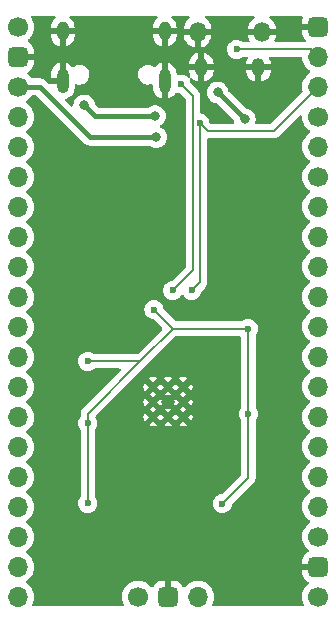
<source format=gbr>
%TF.GenerationSoftware,KiCad,Pcbnew,(6.0.1)*%
%TF.CreationDate,2022-02-13T21:58:50+09:00*%
%TF.ProjectId,yuiop2040,7975696f-7032-4303-9430-2e6b69636164,1*%
%TF.SameCoordinates,Original*%
%TF.FileFunction,Copper,L2,Bot*%
%TF.FilePolarity,Positive*%
%FSLAX46Y46*%
G04 Gerber Fmt 4.6, Leading zero omitted, Abs format (unit mm)*
G04 Created by KiCad (PCBNEW (6.0.1)) date 2022-02-13 21:58:50*
%MOMM*%
%LPD*%
G01*
G04 APERTURE LIST*
G04 Aperture macros list*
%AMRoundRect*
0 Rectangle with rounded corners*
0 $1 Rounding radius*
0 $2 $3 $4 $5 $6 $7 $8 $9 X,Y pos of 4 corners*
0 Add a 4 corners polygon primitive as box body*
4,1,4,$2,$3,$4,$5,$6,$7,$8,$9,$2,$3,0*
0 Add four circle primitives for the rounded corners*
1,1,$1+$1,$2,$3*
1,1,$1+$1,$4,$5*
1,1,$1+$1,$6,$7*
1,1,$1+$1,$8,$9*
0 Add four rect primitives between the rounded corners*
20,1,$1+$1,$2,$3,$4,$5,0*
20,1,$1+$1,$4,$5,$6,$7,0*
20,1,$1+$1,$6,$7,$8,$9,0*
20,1,$1+$1,$8,$9,$2,$3,0*%
G04 Aperture macros list end*
%TA.AperFunction,ComponentPad*%
%ADD10C,0.600000*%
%TD*%
%TA.AperFunction,ComponentPad*%
%ADD11C,1.200000*%
%TD*%
%TA.AperFunction,ComponentPad*%
%ADD12C,1.700000*%
%TD*%
%TA.AperFunction,ComponentPad*%
%ADD13RoundRect,0.425000X0.425000X0.425000X-0.425000X0.425000X-0.425000X-0.425000X0.425000X-0.425000X0*%
%TD*%
%TA.AperFunction,ComponentPad*%
%ADD14O,1.700000X1.700000*%
%TD*%
%TA.AperFunction,ComponentPad*%
%ADD15RoundRect,0.425000X0.425000X-0.425000X0.425000X0.425000X-0.425000X0.425000X-0.425000X-0.425000X0*%
%TD*%
%TA.AperFunction,ComponentPad*%
%ADD16RoundRect,0.425000X-0.425000X-0.425000X0.425000X-0.425000X0.425000X0.425000X-0.425000X0.425000X0*%
%TD*%
%TA.AperFunction,ComponentPad*%
%ADD17O,1.350000X1.700000*%
%TD*%
%TA.AperFunction,ComponentPad*%
%ADD18O,1.100000X1.500000*%
%TD*%
%TA.AperFunction,ComponentPad*%
%ADD19O,1.000000X1.600000*%
%TD*%
%TA.AperFunction,ComponentPad*%
%ADD20O,1.000000X2.100000*%
%TD*%
%TA.AperFunction,ViaPad*%
%ADD21C,0.800000*%
%TD*%
%TA.AperFunction,ViaPad*%
%ADD22C,0.600000*%
%TD*%
%TA.AperFunction,Conductor*%
%ADD23C,0.400000*%
%TD*%
%TA.AperFunction,Conductor*%
%ADD24C,0.200000*%
%TD*%
G04 APERTURE END LIST*
D10*
%TO.P,U2,57,GND*%
%TO.N,GND*%
X140675000Y-108075000D03*
D11*
X139400000Y-106800000D03*
D10*
X139400000Y-105525000D03*
X140675000Y-105525000D03*
X138125000Y-106800000D03*
X138125000Y-108075000D03*
X140675000Y-106800000D03*
X139400000Y-108075000D03*
X138125000Y-105525000D03*
%TD*%
D12*
%TO.P,J4,1,Pin_1*%
%TO.N,/RESET*%
X152100000Y-123310000D03*
D13*
%TO.P,J4,2,Pin_2*%
%TO.N,GND*%
X152100000Y-120770000D03*
D12*
%TO.P,J4,3,Pin_3*%
%TO.N,/GPIO16*%
X152100000Y-118230000D03*
D14*
%TO.P,J4,4,Pin_4*%
%TO.N,/GPIO17*%
X152100000Y-115690000D03*
%TO.P,J4,5,Pin_5*%
%TO.N,/GPIO18*%
X152100000Y-113150000D03*
%TO.P,J4,6,Pin_6*%
%TO.N,/GPIO19*%
X152100000Y-110610000D03*
%TO.P,J4,7,Pin_7*%
%TO.N,/GPIO20*%
X152100000Y-108070000D03*
%TO.P,J4,8,Pin_8*%
%TO.N,/GPIO21*%
X152100000Y-105530000D03*
%TO.P,J4,9,Pin_9*%
%TO.N,/GPIO22*%
X152100000Y-102990000D03*
%TO.P,J4,10,Pin_10*%
%TO.N,/GPIO23*%
X152100000Y-100450000D03*
%TO.P,J4,11,Pin_11*%
%TO.N,/GPIO24*%
X152100000Y-97910000D03*
%TO.P,J4,12,Pin_12*%
%TO.N,/GPIO25*%
X152100000Y-95370000D03*
%TO.P,J4,13,Pin_13*%
%TO.N,/GPIO26_ADC0*%
X152100000Y-92830000D03*
%TO.P,J4,14,Pin_14*%
%TO.N,/GPIO27_ADC1*%
X152100000Y-90290000D03*
D12*
%TO.P,J4,15,Pin_15*%
%TO.N,/GPIO28_ADC2*%
X152100000Y-87750000D03*
D14*
%TO.P,J4,16,Pin_16*%
%TO.N,/GPIO29_ADC3*%
X152100000Y-85210000D03*
D12*
%TO.P,J4,17,Pin_17*%
%TO.N,/USB_VBUS*%
X152100000Y-82670000D03*
D14*
%TO.P,J4,18,Pin_18*%
%TO.N,/USB_D-*%
X152100000Y-80130000D03*
%TO.P,J4,19,Pin_19*%
%TO.N,/USB_D+*%
X152100000Y-77590000D03*
D13*
%TO.P,J4,20,Pin_20*%
%TO.N,GND*%
X152100000Y-75050000D03*
%TD*%
D12*
%TO.P,J5,1,Pin_1*%
%TO.N,/SWCLK*%
X136860000Y-123310000D03*
D15*
%TO.P,J5,2,Pin_2*%
%TO.N,GND*%
X139400000Y-123310000D03*
D14*
%TO.P,J5,3,Pin_3*%
%TO.N,/SWD*%
X141940000Y-123310000D03*
%TD*%
D12*
%TO.P,J3,1,Pin_1*%
%TO.N,/BOOTSEL*%
X126700000Y-75050000D03*
D16*
%TO.P,J3,2,Pin_2*%
%TO.N,GND*%
X126700000Y-77590000D03*
D12*
%TO.P,J3,3,Pin_3*%
%TO.N,/VSYS*%
X126700000Y-80130000D03*
D14*
%TO.P,J3,4,Pin_4*%
%TO.N,+3V3*%
X126700000Y-82670000D03*
%TO.P,J3,5,Pin_5*%
%TO.N,/GPIO0*%
X126700000Y-85210000D03*
%TO.P,J3,6,Pin_6*%
%TO.N,/GPIO1*%
X126700000Y-87750000D03*
%TO.P,J3,7,Pin_7*%
%TO.N,/GPIO2*%
X126700000Y-90290000D03*
%TO.P,J3,8,Pin_8*%
%TO.N,/GPIO3*%
X126700000Y-92830000D03*
%TO.P,J3,9,Pin_9*%
%TO.N,/GPIO4*%
X126700000Y-95370000D03*
%TO.P,J3,10,Pin_10*%
%TO.N,/GPIO5*%
X126700000Y-97910000D03*
%TO.P,J3,11,Pin_11*%
%TO.N,/GPIO6*%
X126700000Y-100450000D03*
%TO.P,J3,12,Pin_12*%
%TO.N,/GPIO7*%
X126700000Y-102990000D03*
%TO.P,J3,13,Pin_13*%
%TO.N,/GPIO8*%
X126700000Y-105530000D03*
%TO.P,J3,14,Pin_14*%
%TO.N,/GPIO9*%
X126700000Y-108070000D03*
%TO.P,J3,15,Pin_15*%
%TO.N,/GPIO10*%
X126700000Y-110610000D03*
%TO.P,J3,16,Pin_16*%
%TO.N,/GPIO11*%
X126700000Y-113150000D03*
%TO.P,J3,17,Pin_17*%
%TO.N,/GPIO12*%
X126700000Y-115690000D03*
%TO.P,J3,18,Pin_18*%
%TO.N,/GPIO13*%
X126700000Y-118230000D03*
%TO.P,J3,19,Pin_19*%
%TO.N,/GPIO14*%
X126700000Y-120770000D03*
%TO.P,J3,20,Pin_20*%
%TO.N,/GPIO15*%
X126700000Y-123310000D03*
%TD*%
D17*
%TO.P,J1,6,Shield*%
%TO.N,GND*%
X141895000Y-75485000D03*
D18*
X142205000Y-78485000D03*
X147045000Y-78485000D03*
D17*
X147355000Y-75485000D03*
%TD*%
D19*
%TO.P,J2,S1,SHIELD*%
%TO.N,GND*%
X130480000Y-75440000D03*
X139120000Y-75440000D03*
D20*
X139120000Y-79620000D03*
X130480000Y-79620000D03*
%TD*%
D21*
%TO.N,/VSYS*%
X138400000Y-84400000D03*
D22*
%TO.N,GND*%
X147600000Y-108600000D03*
X145600000Y-89800000D03*
X131200000Y-109400000D03*
X146200000Y-97400000D03*
X132600000Y-101800000D03*
%TO.N,+3V3*%
X132600000Y-103375000D03*
X132600000Y-108625000D03*
X144000000Y-115425000D03*
X132600000Y-115400000D03*
X146200000Y-100600000D03*
X146200000Y-107825000D03*
X138206250Y-98993750D03*
D21*
%TO.N,/USB_VBUS*%
X132300000Y-81700000D03*
X143600000Y-80600000D03*
X145900000Y-82900000D03*
X138300000Y-82600000D03*
D22*
%TO.N,/USB_D-*%
X142100000Y-83200000D03*
X141400000Y-97375000D03*
%TO.N,/USB_D+*%
X140500000Y-79900000D03*
X145200000Y-76964502D03*
X139800000Y-97375000D03*
%TD*%
D23*
%TO.N,/VSYS*%
X138400000Y-84400000D02*
X132800000Y-84400000D01*
X128530000Y-80130000D02*
X126700000Y-80130000D01*
X132800000Y-84400000D02*
X128530000Y-80130000D01*
D24*
%TO.N,+3V3*%
X146200000Y-100600000D02*
X146200000Y-107825000D01*
X137206250Y-103206250D02*
X139812500Y-100600000D01*
X139812500Y-100600000D02*
X138206250Y-98993750D01*
X132600000Y-107812500D02*
X137206250Y-103206250D01*
X132600000Y-103375000D02*
X137037500Y-103375000D01*
X132600000Y-108625000D02*
X132600000Y-107812500D01*
X146200000Y-113225000D02*
X144000000Y-115425000D01*
X137037500Y-103375000D02*
X137206250Y-103206250D01*
X132600000Y-108625000D02*
X132600000Y-115400000D01*
X146200000Y-100600000D02*
X139812500Y-100600000D01*
X146200000Y-107825000D02*
X146200000Y-113225000D01*
D23*
%TO.N,/USB_VBUS*%
X133200000Y-82600000D02*
X138300000Y-82600000D01*
X132300000Y-81700000D02*
X133200000Y-82600000D01*
X145900000Y-82900000D02*
X143600000Y-80600000D01*
D24*
%TO.N,/USB_D-*%
X142774511Y-83874511D02*
X148355489Y-83874511D01*
X142100000Y-83200000D02*
X142100000Y-96675000D01*
X148355489Y-83874511D02*
X152100000Y-80130000D01*
X142100000Y-96675000D02*
X141400000Y-97375000D01*
X142100000Y-83200000D02*
X142774511Y-83874511D01*
%TO.N,/USB_D+*%
X141500000Y-95675000D02*
X139800000Y-97375000D01*
X141500000Y-80900000D02*
X141500000Y-95675000D01*
X145200000Y-76964502D02*
X151474502Y-76964502D01*
X140500000Y-79900000D02*
X141500000Y-80900000D01*
X151474502Y-76964502D02*
X152100000Y-77590000D01*
%TD*%
%TA.AperFunction,Conductor*%
%TO.N,GND*%
G36*
X129865133Y-74128002D02*
G01*
X129911626Y-74181658D01*
X129921730Y-74251932D01*
X129892236Y-74316512D01*
X129875964Y-74332197D01*
X129776127Y-74412468D01*
X129767368Y-74421046D01*
X129648222Y-74563039D01*
X129641292Y-74573159D01*
X129551998Y-74735585D01*
X129547166Y-74746858D01*
X129491120Y-74923538D01*
X129488570Y-74935532D01*
X129472393Y-75079761D01*
X129472000Y-75086785D01*
X129472000Y-75167885D01*
X129476475Y-75183124D01*
X129477865Y-75184329D01*
X129485548Y-75186000D01*
X131469885Y-75186000D01*
X131485124Y-75181525D01*
X131486329Y-75180135D01*
X131488000Y-75172452D01*
X131488000Y-75093343D01*
X131487699Y-75087195D01*
X131474188Y-74949397D01*
X131471805Y-74937362D01*
X131418233Y-74759924D01*
X131413559Y-74748584D01*
X131326540Y-74584923D01*
X131319751Y-74574706D01*
X131202603Y-74431067D01*
X131193958Y-74422362D01*
X131083622Y-74331084D01*
X131043884Y-74272251D01*
X131042263Y-74201273D01*
X131079272Y-74140685D01*
X131143162Y-74109725D01*
X131163936Y-74108000D01*
X138437013Y-74108000D01*
X138505133Y-74128002D01*
X138551626Y-74181658D01*
X138561730Y-74251932D01*
X138532236Y-74316512D01*
X138515964Y-74332197D01*
X138416127Y-74412468D01*
X138407368Y-74421046D01*
X138288222Y-74563039D01*
X138281292Y-74573159D01*
X138191998Y-74735585D01*
X138187166Y-74746858D01*
X138131120Y-74923538D01*
X138128570Y-74935532D01*
X138112393Y-75079761D01*
X138112000Y-75086785D01*
X138112000Y-75167885D01*
X138116475Y-75183124D01*
X138117865Y-75184329D01*
X138125548Y-75186000D01*
X140109885Y-75186000D01*
X140125124Y-75181525D01*
X140126329Y-75180135D01*
X140128000Y-75172452D01*
X140128000Y-75093343D01*
X140127699Y-75087195D01*
X140114188Y-74949397D01*
X140111805Y-74937362D01*
X140058233Y-74759924D01*
X140053559Y-74748584D01*
X139966540Y-74584923D01*
X139959751Y-74574706D01*
X139842603Y-74431067D01*
X139833959Y-74422363D01*
X139723623Y-74331086D01*
X139683885Y-74272252D01*
X139682262Y-74201274D01*
X139719271Y-74140687D01*
X139783161Y-74109726D01*
X139803938Y-74108001D01*
X141143253Y-74108001D01*
X141211374Y-74128003D01*
X141257867Y-74181659D01*
X141267971Y-74251933D01*
X141238477Y-74316513D01*
X141207674Y-74342287D01*
X141201639Y-74345877D01*
X141192327Y-74352643D01*
X141037547Y-74488381D01*
X141029630Y-74496724D01*
X140902180Y-74658394D01*
X140895909Y-74668050D01*
X140800060Y-74850229D01*
X140795655Y-74860863D01*
X140734607Y-75057470D01*
X140732215Y-75068724D01*
X140715137Y-75213012D01*
X140717579Y-75227431D01*
X140730321Y-75231000D01*
X143057694Y-75231000D01*
X143072239Y-75226729D01*
X143074302Y-75214595D01*
X143063703Y-75099246D01*
X143061606Y-75087932D01*
X143005725Y-74889794D01*
X143001603Y-74879055D01*
X142910549Y-74694417D01*
X142904538Y-74684608D01*
X142781360Y-74519651D01*
X142773671Y-74511111D01*
X142622490Y-74371361D01*
X142613365Y-74364360D01*
X142575649Y-74340563D01*
X142528711Y-74287297D01*
X142518021Y-74217109D01*
X142546975Y-74152285D01*
X142606379Y-74113405D01*
X142642884Y-74108001D01*
X146603253Y-74108001D01*
X146671374Y-74128003D01*
X146717867Y-74181659D01*
X146727971Y-74251933D01*
X146698477Y-74316513D01*
X146667674Y-74342287D01*
X146661639Y-74345877D01*
X146652327Y-74352643D01*
X146497547Y-74488381D01*
X146489630Y-74496724D01*
X146362180Y-74658394D01*
X146355909Y-74668050D01*
X146260060Y-74850229D01*
X146255655Y-74860863D01*
X146194607Y-75057470D01*
X146192215Y-75068724D01*
X146175137Y-75213012D01*
X146177579Y-75227431D01*
X146190321Y-75231000D01*
X148517694Y-75231000D01*
X148532239Y-75226729D01*
X148534302Y-75214595D01*
X148523703Y-75099246D01*
X148521606Y-75087932D01*
X148465725Y-74889794D01*
X148461603Y-74879055D01*
X148370549Y-74694417D01*
X148364538Y-74684608D01*
X148241360Y-74519651D01*
X148233671Y-74511111D01*
X148082490Y-74371361D01*
X148073365Y-74364360D01*
X148035649Y-74340563D01*
X147988711Y-74287297D01*
X147978021Y-74217109D01*
X148006975Y-74152285D01*
X148066379Y-74113405D01*
X148102884Y-74108001D01*
X150685983Y-74108001D01*
X150754104Y-74128003D01*
X150800597Y-74181659D01*
X150810701Y-74251933D01*
X150803613Y-74279157D01*
X150797464Y-74295174D01*
X150749905Y-74472666D01*
X150747958Y-74483999D01*
X150742193Y-74557246D01*
X150742000Y-74562173D01*
X150742000Y-74777885D01*
X150746475Y-74793124D01*
X150747865Y-74794329D01*
X150755548Y-74796000D01*
X152228000Y-74796000D01*
X152296121Y-74816002D01*
X152342614Y-74869658D01*
X152354000Y-74922000D01*
X152354000Y-75178000D01*
X152333998Y-75246121D01*
X152280342Y-75292614D01*
X152228000Y-75304000D01*
X150760116Y-75304000D01*
X150744877Y-75308475D01*
X150743672Y-75309865D01*
X150742001Y-75317548D01*
X150742001Y-75537825D01*
X150742195Y-75542756D01*
X150747958Y-75616003D01*
X150749905Y-75627332D01*
X150797464Y-75804825D01*
X150802168Y-75817079D01*
X150885214Y-75980066D01*
X150892364Y-75991077D01*
X151007485Y-76133238D01*
X151015154Y-76140907D01*
X151049180Y-76203219D01*
X151044115Y-76274034D01*
X151001568Y-76330870D01*
X150935048Y-76355681D01*
X150926059Y-76356002D01*
X148534319Y-76356002D01*
X148466198Y-76336000D01*
X148419705Y-76282344D01*
X148409601Y-76212070D01*
X148422810Y-76171335D01*
X148449943Y-76119763D01*
X148454345Y-76109137D01*
X148515393Y-75912530D01*
X148517785Y-75901276D01*
X148534863Y-75756988D01*
X148532421Y-75742569D01*
X148519679Y-75739000D01*
X146192306Y-75739000D01*
X146177761Y-75743271D01*
X146175698Y-75755405D01*
X146186297Y-75870754D01*
X146188394Y-75882068D01*
X146244275Y-76080206D01*
X146248396Y-76090940D01*
X146289491Y-76174273D01*
X146301681Y-76244216D01*
X146274122Y-76309645D01*
X146215564Y-76349789D01*
X146176485Y-76356002D01*
X145784751Y-76356002D01*
X145716630Y-76336000D01*
X145712157Y-76332778D01*
X145709815Y-76330420D01*
X145698697Y-76323364D01*
X145650538Y-76292802D01*
X145556666Y-76233229D01*
X145515423Y-76218543D01*
X145392425Y-76174745D01*
X145392420Y-76174744D01*
X145385790Y-76172383D01*
X145378802Y-76171550D01*
X145378799Y-76171549D01*
X145255698Y-76156870D01*
X145205680Y-76150906D01*
X145198677Y-76151642D01*
X145198676Y-76151642D01*
X145032288Y-76169130D01*
X145032286Y-76169131D01*
X145025288Y-76169866D01*
X144853579Y-76228320D01*
X144845600Y-76233229D01*
X144705095Y-76319668D01*
X144705092Y-76319670D01*
X144699088Y-76323364D01*
X144694053Y-76328295D01*
X144694050Y-76328297D01*
X144608828Y-76411753D01*
X144569493Y-76450273D01*
X144471235Y-76602740D01*
X144468826Y-76609360D01*
X144468824Y-76609363D01*
X144411606Y-76766568D01*
X144409197Y-76773187D01*
X144386463Y-76953142D01*
X144404163Y-77133662D01*
X144461418Y-77305775D01*
X144465065Y-77311797D01*
X144465066Y-77311799D01*
X144477013Y-77331525D01*
X144555380Y-77460926D01*
X144681382Y-77591404D01*
X144833159Y-77690724D01*
X144839763Y-77693180D01*
X144839765Y-77693181D01*
X144996558Y-77751492D01*
X144996560Y-77751492D01*
X145003168Y-77753950D01*
X145086995Y-77765135D01*
X145175980Y-77777009D01*
X145175984Y-77777009D01*
X145182961Y-77777940D01*
X145189972Y-77777302D01*
X145189976Y-77777302D01*
X145332459Y-77764334D01*
X145363600Y-77761500D01*
X145370302Y-77759322D01*
X145370304Y-77759322D01*
X145529409Y-77707626D01*
X145529412Y-77707625D01*
X145536108Y-77705449D01*
X145691912Y-77612571D01*
X145697013Y-77607714D01*
X145702626Y-77603453D01*
X145703385Y-77604454D01*
X145760090Y-77575264D01*
X145783860Y-77573002D01*
X146015978Y-77573002D01*
X146084099Y-77593004D01*
X146130592Y-77646660D01*
X146140696Y-77716934D01*
X146126393Y-77759703D01*
X146070816Y-77860798D01*
X146065988Y-77872062D01*
X146006975Y-78058095D01*
X146004427Y-78070084D01*
X145988020Y-78216357D01*
X145991475Y-78228124D01*
X145992865Y-78229329D01*
X146000548Y-78231000D01*
X148084709Y-78231000D01*
X148099136Y-78226764D01*
X148101197Y-78214411D01*
X148088473Y-78084639D01*
X148086090Y-78072604D01*
X148029683Y-77885777D01*
X148025010Y-77874439D01*
X147963181Y-77758156D01*
X147948861Y-77688618D01*
X147974409Y-77622378D01*
X148031713Y-77580465D01*
X148074432Y-77573002D01*
X150619247Y-77573002D01*
X150687368Y-77593004D01*
X150733861Y-77646660D01*
X150745038Y-77691749D01*
X150750110Y-77779715D01*
X150751247Y-77784761D01*
X150751248Y-77784767D01*
X150771456Y-77874435D01*
X150799222Y-77997639D01*
X150883266Y-78204616D01*
X150895840Y-78225135D01*
X150979971Y-78362424D01*
X150999987Y-78395088D01*
X151146250Y-78563938D01*
X151318126Y-78706632D01*
X151383554Y-78744865D01*
X151391445Y-78749476D01*
X151440169Y-78801114D01*
X151453240Y-78870897D01*
X151426509Y-78936669D01*
X151386055Y-78970027D01*
X151373607Y-78976507D01*
X151369474Y-78979610D01*
X151369471Y-78979612D01*
X151199100Y-79107530D01*
X151194965Y-79110635D01*
X151040629Y-79272138D01*
X151037715Y-79276410D01*
X151037714Y-79276411D01*
X150979653Y-79361525D01*
X150914743Y-79456680D01*
X150894166Y-79501010D01*
X150825249Y-79649480D01*
X150820688Y-79659305D01*
X150760989Y-79874570D01*
X150737251Y-80096695D01*
X150750110Y-80319715D01*
X150751247Y-80324762D01*
X150751248Y-80324766D01*
X150762037Y-80372638D01*
X150778694Y-80446548D01*
X150789956Y-80496521D01*
X150785420Y-80567372D01*
X150756134Y-80613317D01*
X148140345Y-83229106D01*
X148078033Y-83263132D01*
X148051250Y-83266011D01*
X146909753Y-83266011D01*
X146841632Y-83246009D01*
X146795139Y-83192353D01*
X146785035Y-83122079D01*
X146789920Y-83101074D01*
X146793542Y-83089928D01*
X146800919Y-83019745D01*
X146812814Y-82906565D01*
X146813504Y-82900000D01*
X146793542Y-82710072D01*
X146734527Y-82528444D01*
X146639040Y-82363056D01*
X146511253Y-82221134D01*
X146356752Y-82108882D01*
X146350724Y-82106198D01*
X146350722Y-82106197D01*
X146188319Y-82033891D01*
X146188318Y-82033891D01*
X146182288Y-82031206D01*
X146029431Y-81998715D01*
X145966533Y-81964563D01*
X144534665Y-80532695D01*
X144500639Y-80470383D01*
X144498450Y-80456770D01*
X144494232Y-80416637D01*
X144494232Y-80416635D01*
X144493542Y-80410072D01*
X144489108Y-80396424D01*
X144436569Y-80234729D01*
X144434527Y-80228444D01*
X144339040Y-80063056D01*
X144240396Y-79953500D01*
X144215675Y-79926045D01*
X144215674Y-79926044D01*
X144211253Y-79921134D01*
X144099626Y-79840032D01*
X144062094Y-79812763D01*
X144062093Y-79812762D01*
X144056752Y-79808882D01*
X144050724Y-79806198D01*
X144050722Y-79806197D01*
X143888319Y-79733891D01*
X143888318Y-79733891D01*
X143882288Y-79731206D01*
X143788888Y-79711353D01*
X143701944Y-79692872D01*
X143701939Y-79692872D01*
X143695487Y-79691500D01*
X143504513Y-79691500D01*
X143498061Y-79692872D01*
X143498056Y-79692872D01*
X143411112Y-79711353D01*
X143317712Y-79731206D01*
X143311682Y-79733891D01*
X143311681Y-79733891D01*
X143149278Y-79806197D01*
X143149276Y-79806198D01*
X143143248Y-79808882D01*
X143137907Y-79812762D01*
X143137906Y-79812763D01*
X143100374Y-79840032D01*
X142988747Y-79921134D01*
X142984326Y-79926044D01*
X142984325Y-79926045D01*
X142959605Y-79953500D01*
X142860960Y-80063056D01*
X142765473Y-80228444D01*
X142706458Y-80410072D01*
X142686496Y-80600000D01*
X142687186Y-80606565D01*
X142701102Y-80738965D01*
X142706458Y-80789928D01*
X142765473Y-80971556D01*
X142768776Y-80977278D01*
X142768777Y-80977279D01*
X142787260Y-81009292D01*
X142860960Y-81136944D01*
X142865378Y-81141851D01*
X142865379Y-81141852D01*
X142922471Y-81205259D01*
X142988747Y-81278866D01*
X143143248Y-81391118D01*
X143149276Y-81393802D01*
X143149278Y-81393803D01*
X143311681Y-81466109D01*
X143317712Y-81468794D01*
X143454411Y-81497850D01*
X143470569Y-81501285D01*
X143533467Y-81535437D01*
X144965335Y-82967306D01*
X144999361Y-83029618D01*
X145001550Y-83043230D01*
X145006458Y-83089928D01*
X145008497Y-83096202D01*
X145008497Y-83096204D01*
X145010080Y-83101074D01*
X145012108Y-83172041D01*
X144975446Y-83232840D01*
X144911734Y-83264165D01*
X144890247Y-83266011D01*
X143078750Y-83266011D01*
X143010629Y-83246009D01*
X142989655Y-83229106D01*
X142938888Y-83178339D01*
X142904862Y-83116027D01*
X142902768Y-83103289D01*
X142894182Y-83026744D01*
X142893397Y-83019745D01*
X142874427Y-82965271D01*
X142836064Y-82855106D01*
X142836062Y-82855103D01*
X142833745Y-82848448D01*
X142737626Y-82694624D01*
X142716515Y-82673365D01*
X142614778Y-82570915D01*
X142614774Y-82570912D01*
X142609815Y-82565918D01*
X142456666Y-82468727D01*
X142396663Y-82447361D01*
X142292425Y-82410243D01*
X142292420Y-82410242D01*
X142285790Y-82407881D01*
X142278802Y-82407048D01*
X142278799Y-82407047D01*
X142233784Y-82401680D01*
X142219581Y-82399986D01*
X142154308Y-82372058D01*
X142114495Y-82313275D01*
X142108500Y-82274872D01*
X142108500Y-80948144D01*
X142109578Y-80931698D01*
X142112673Y-80908188D01*
X142113751Y-80900000D01*
X142092838Y-80741149D01*
X142031524Y-80593124D01*
X141958478Y-80497929D01*
X141958474Y-80497925D01*
X141957397Y-80496521D01*
X141939016Y-80472566D01*
X141939013Y-80472563D01*
X141933987Y-80466013D01*
X141927432Y-80460983D01*
X141908621Y-80446548D01*
X141896230Y-80435681D01*
X141338888Y-79878339D01*
X141304862Y-79816027D01*
X141302768Y-79803289D01*
X141294694Y-79731305D01*
X141293397Y-79719745D01*
X141289546Y-79708685D01*
X141237215Y-79558412D01*
X141233701Y-79487503D01*
X141269083Y-79425950D01*
X141332125Y-79393298D01*
X141402813Y-79399912D01*
X141445612Y-79428191D01*
X141455392Y-79438040D01*
X141605763Y-79562438D01*
X141615931Y-79569297D01*
X141787607Y-79662121D01*
X141798907Y-79666871D01*
X141933693Y-79708595D01*
X141947795Y-79708801D01*
X141951000Y-79702045D01*
X141951000Y-79695047D01*
X142459000Y-79695047D01*
X142462973Y-79708578D01*
X142470768Y-79709698D01*
X142597342Y-79672446D01*
X142608710Y-79667853D01*
X142781666Y-79577434D01*
X142791928Y-79570718D01*
X142944020Y-79448432D01*
X142952786Y-79439848D01*
X143078236Y-79290344D01*
X143085160Y-79280233D01*
X143179184Y-79109202D01*
X143184012Y-79097938D01*
X143243025Y-78911905D01*
X143245573Y-78899916D01*
X143261762Y-78755589D01*
X145988803Y-78755589D01*
X146001527Y-78885361D01*
X146003910Y-78897396D01*
X146060317Y-79084223D01*
X146064992Y-79095565D01*
X146156612Y-79267879D01*
X146163399Y-79278095D01*
X146286747Y-79429335D01*
X146295391Y-79438039D01*
X146445763Y-79562438D01*
X146455931Y-79569297D01*
X146627607Y-79662121D01*
X146638907Y-79666871D01*
X146773693Y-79708595D01*
X146787795Y-79708801D01*
X146791000Y-79702045D01*
X146791000Y-79695047D01*
X147299000Y-79695047D01*
X147302973Y-79708578D01*
X147310768Y-79709698D01*
X147437342Y-79672446D01*
X147448710Y-79667853D01*
X147621666Y-79577434D01*
X147631928Y-79570718D01*
X147784020Y-79448432D01*
X147792786Y-79439848D01*
X147918236Y-79290344D01*
X147925160Y-79280233D01*
X148019184Y-79109202D01*
X148024012Y-79097938D01*
X148083025Y-78911905D01*
X148085573Y-78899916D01*
X148101980Y-78753643D01*
X148098525Y-78741876D01*
X148097135Y-78740671D01*
X148089452Y-78739000D01*
X147317115Y-78739000D01*
X147301876Y-78743475D01*
X147300671Y-78744865D01*
X147299000Y-78752548D01*
X147299000Y-79695047D01*
X146791000Y-79695047D01*
X146791000Y-78757115D01*
X146786525Y-78741876D01*
X146785135Y-78740671D01*
X146777452Y-78739000D01*
X146005291Y-78739000D01*
X145990864Y-78743236D01*
X145988803Y-78755589D01*
X143261762Y-78755589D01*
X143261980Y-78753643D01*
X143258525Y-78741876D01*
X143257135Y-78740671D01*
X143249452Y-78739000D01*
X142477115Y-78739000D01*
X142461876Y-78743475D01*
X142460671Y-78744865D01*
X142459000Y-78752548D01*
X142459000Y-79695047D01*
X141951000Y-79695047D01*
X141951000Y-78757115D01*
X141946525Y-78741876D01*
X141945135Y-78740671D01*
X141937452Y-78739000D01*
X141165291Y-78739000D01*
X141150864Y-78743236D01*
X141148803Y-78755589D01*
X141161527Y-78885361D01*
X141163910Y-78897396D01*
X141220317Y-79084223D01*
X141224990Y-79095561D01*
X141267382Y-79175288D01*
X141281702Y-79244826D01*
X141256155Y-79311066D01*
X141198850Y-79352979D01*
X141127982Y-79357258D01*
X141066726Y-79323226D01*
X141014783Y-79270920D01*
X141014779Y-79270917D01*
X141009815Y-79265918D01*
X141001472Y-79260623D01*
X140950538Y-79228300D01*
X140856666Y-79168727D01*
X140827463Y-79158328D01*
X140692425Y-79110243D01*
X140692420Y-79110242D01*
X140685790Y-79107881D01*
X140678802Y-79107048D01*
X140678799Y-79107047D01*
X140555698Y-79092368D01*
X140505680Y-79086404D01*
X140498677Y-79087140D01*
X140498676Y-79087140D01*
X140332288Y-79104628D01*
X140332286Y-79104629D01*
X140325288Y-79105364D01*
X140318624Y-79107633D01*
X140318622Y-79107633D01*
X140310956Y-79110243D01*
X140292940Y-79116376D01*
X140222009Y-79119395D01*
X140160704Y-79083586D01*
X140128492Y-79020318D01*
X140126935Y-79009395D01*
X140114188Y-78879396D01*
X140111805Y-78867362D01*
X140058233Y-78689924D01*
X140053559Y-78678584D01*
X139966540Y-78514923D01*
X139959751Y-78504706D01*
X139842603Y-78361067D01*
X139833959Y-78352363D01*
X139691144Y-78234216D01*
X139680973Y-78227356D01*
X139660631Y-78216357D01*
X141148020Y-78216357D01*
X141151475Y-78228124D01*
X141152865Y-78229329D01*
X141160548Y-78231000D01*
X141932885Y-78231000D01*
X141948124Y-78226525D01*
X141949329Y-78225135D01*
X141951000Y-78217452D01*
X141951000Y-78212885D01*
X142459000Y-78212885D01*
X142463475Y-78228124D01*
X142464865Y-78229329D01*
X142472548Y-78231000D01*
X143244709Y-78231000D01*
X143259136Y-78226764D01*
X143261197Y-78214411D01*
X143248473Y-78084639D01*
X143246090Y-78072604D01*
X143189683Y-77885777D01*
X143185008Y-77874435D01*
X143093388Y-77702121D01*
X143086601Y-77691905D01*
X142963253Y-77540665D01*
X142954609Y-77531961D01*
X142804237Y-77407562D01*
X142794069Y-77400703D01*
X142622393Y-77307879D01*
X142611093Y-77303129D01*
X142476307Y-77261405D01*
X142462205Y-77261199D01*
X142459000Y-77267955D01*
X142459000Y-78212885D01*
X141951000Y-78212885D01*
X141951000Y-77274953D01*
X141947027Y-77261422D01*
X141939232Y-77260302D01*
X141812658Y-77297554D01*
X141801290Y-77302147D01*
X141628334Y-77392566D01*
X141618072Y-77399282D01*
X141465980Y-77521568D01*
X141457214Y-77530152D01*
X141331764Y-77679656D01*
X141324840Y-77689767D01*
X141230816Y-77860798D01*
X141225988Y-77872062D01*
X141166975Y-78058095D01*
X141164427Y-78070084D01*
X141148020Y-78216357D01*
X139660631Y-78216357D01*
X139517924Y-78139196D01*
X139506619Y-78134444D01*
X139391308Y-78098750D01*
X139377205Y-78098544D01*
X139374000Y-78105299D01*
X139374000Y-81127924D01*
X139377973Y-81141455D01*
X139385768Y-81142575D01*
X139493521Y-81110862D01*
X139504889Y-81106269D01*
X139669154Y-81020393D01*
X139679415Y-81013679D01*
X139823873Y-80897532D01*
X139832632Y-80888954D01*
X139951779Y-80746960D01*
X139958705Y-80736846D01*
X139986415Y-80686441D01*
X140036761Y-80636382D01*
X140106178Y-80621489D01*
X140140750Y-80629045D01*
X140296558Y-80686990D01*
X140296560Y-80686990D01*
X140303168Y-80689448D01*
X140310153Y-80690380D01*
X140310157Y-80690381D01*
X140372547Y-80698706D01*
X140405986Y-80703167D01*
X140470862Y-80732003D01*
X140478416Y-80738965D01*
X140854595Y-81115144D01*
X140888621Y-81177456D01*
X140891500Y-81204239D01*
X140891500Y-95370761D01*
X140871498Y-95438882D01*
X140854595Y-95459856D01*
X139778416Y-96536035D01*
X139716104Y-96570061D01*
X139702495Y-96572249D01*
X139680802Y-96574529D01*
X139632296Y-96579627D01*
X139632292Y-96579628D01*
X139625288Y-96580364D01*
X139453579Y-96638818D01*
X139408076Y-96666812D01*
X139305095Y-96730166D01*
X139305092Y-96730168D01*
X139299088Y-96733862D01*
X139294053Y-96738793D01*
X139294050Y-96738795D01*
X139189193Y-96841479D01*
X139169493Y-96860771D01*
X139071235Y-97013238D01*
X139068826Y-97019858D01*
X139068824Y-97019861D01*
X139029302Y-97128448D01*
X139009197Y-97183685D01*
X138986463Y-97363640D01*
X139004163Y-97544160D01*
X139061418Y-97716273D01*
X139065065Y-97722295D01*
X139065066Y-97722297D01*
X139075978Y-97740314D01*
X139155380Y-97871424D01*
X139281382Y-98001902D01*
X139287278Y-98005760D01*
X139422959Y-98094547D01*
X139433159Y-98101222D01*
X139439763Y-98103678D01*
X139439765Y-98103679D01*
X139596558Y-98161990D01*
X139596560Y-98161990D01*
X139603168Y-98164448D01*
X139686995Y-98175633D01*
X139775980Y-98187507D01*
X139775984Y-98187507D01*
X139782961Y-98188438D01*
X139789972Y-98187800D01*
X139789976Y-98187800D01*
X139932459Y-98174832D01*
X139963600Y-98171998D01*
X139970302Y-98169820D01*
X139970304Y-98169820D01*
X140129409Y-98118124D01*
X140129412Y-98118123D01*
X140136108Y-98115947D01*
X140291912Y-98023069D01*
X140423266Y-97897982D01*
X140427167Y-97892111D01*
X140495550Y-97789186D01*
X140549908Y-97743515D01*
X140620327Y-97734483D01*
X140684451Y-97764956D01*
X140708274Y-97793642D01*
X140755380Y-97871424D01*
X140881382Y-98001902D01*
X140887278Y-98005760D01*
X141022959Y-98094547D01*
X141033159Y-98101222D01*
X141039763Y-98103678D01*
X141039765Y-98103679D01*
X141196558Y-98161990D01*
X141196560Y-98161990D01*
X141203168Y-98164448D01*
X141286995Y-98175633D01*
X141375980Y-98187507D01*
X141375984Y-98187507D01*
X141382961Y-98188438D01*
X141389972Y-98187800D01*
X141389976Y-98187800D01*
X141532459Y-98174832D01*
X141563600Y-98171998D01*
X141570302Y-98169820D01*
X141570304Y-98169820D01*
X141729409Y-98118124D01*
X141729412Y-98118123D01*
X141736108Y-98115947D01*
X141891912Y-98023069D01*
X142023266Y-97897982D01*
X142123643Y-97746902D01*
X142188055Y-97577338D01*
X142191779Y-97550844D01*
X142203420Y-97468009D01*
X142232708Y-97403335D01*
X142239099Y-97396450D01*
X142496234Y-97139315D01*
X142508625Y-97128448D01*
X142527437Y-97114013D01*
X142533987Y-97108987D01*
X142558474Y-97077075D01*
X142558477Y-97077072D01*
X142631523Y-96981876D01*
X142631524Y-96981875D01*
X142692838Y-96833850D01*
X142708500Y-96714885D01*
X142708500Y-96714878D01*
X142713750Y-96675000D01*
X142709578Y-96643307D01*
X142708500Y-96626864D01*
X142708500Y-84609011D01*
X142728502Y-84540890D01*
X142782158Y-84494397D01*
X142834500Y-84483011D01*
X148307353Y-84483011D01*
X148323796Y-84484089D01*
X148355489Y-84488261D01*
X148363678Y-84487183D01*
X148395363Y-84483012D01*
X148395373Y-84483011D01*
X148395374Y-84483011D01*
X148494946Y-84469902D01*
X148506153Y-84468427D01*
X148506155Y-84468426D01*
X148514340Y-84467349D01*
X148662365Y-84406035D01*
X148732605Y-84352138D01*
X148757561Y-84332988D01*
X148757564Y-84332985D01*
X148782923Y-84313526D01*
X148789476Y-84308498D01*
X148794506Y-84301943D01*
X148808941Y-84283132D01*
X148819808Y-84270741D01*
X150523092Y-82567457D01*
X150585404Y-82533431D01*
X150656219Y-82538496D01*
X150713055Y-82581043D01*
X150737978Y-82649298D01*
X150750110Y-82859715D01*
X150751247Y-82864761D01*
X150751248Y-82864767D01*
X150760668Y-82906565D01*
X150799222Y-83077639D01*
X150883266Y-83284616D01*
X150934019Y-83367438D01*
X150989932Y-83458679D01*
X150999987Y-83475088D01*
X151146250Y-83643938D01*
X151318126Y-83786632D01*
X151388595Y-83827811D01*
X151391445Y-83829476D01*
X151440169Y-83881114D01*
X151453240Y-83950897D01*
X151426509Y-84016669D01*
X151386055Y-84050027D01*
X151373607Y-84056507D01*
X151369474Y-84059610D01*
X151369471Y-84059612D01*
X151308000Y-84105766D01*
X151194965Y-84190635D01*
X151191393Y-84194373D01*
X151077528Y-84313526D01*
X151040629Y-84352138D01*
X150914743Y-84536680D01*
X150820688Y-84739305D01*
X150760989Y-84954570D01*
X150737251Y-85176695D01*
X150737548Y-85181848D01*
X150737548Y-85181851D01*
X150744851Y-85308500D01*
X150750110Y-85399715D01*
X150751247Y-85404761D01*
X150751248Y-85404767D01*
X150771119Y-85492939D01*
X150799222Y-85617639D01*
X150883266Y-85824616D01*
X150999987Y-86015088D01*
X151146250Y-86183938D01*
X151318126Y-86326632D01*
X151388595Y-86367811D01*
X151391445Y-86369476D01*
X151440169Y-86421114D01*
X151453240Y-86490897D01*
X151426509Y-86556669D01*
X151386055Y-86590027D01*
X151373607Y-86596507D01*
X151369474Y-86599610D01*
X151369471Y-86599612D01*
X151308000Y-86645766D01*
X151194965Y-86730635D01*
X151040629Y-86892138D01*
X150914743Y-87076680D01*
X150820688Y-87279305D01*
X150760989Y-87494570D01*
X150737251Y-87716695D01*
X150737548Y-87721848D01*
X150737548Y-87721851D01*
X150743011Y-87816590D01*
X150750110Y-87939715D01*
X150751247Y-87944761D01*
X150751248Y-87944767D01*
X150771119Y-88032939D01*
X150799222Y-88157639D01*
X150883266Y-88364616D01*
X150999987Y-88555088D01*
X151146250Y-88723938D01*
X151318126Y-88866632D01*
X151388595Y-88907811D01*
X151391445Y-88909476D01*
X151440169Y-88961114D01*
X151453240Y-89030897D01*
X151426509Y-89096669D01*
X151386055Y-89130027D01*
X151373607Y-89136507D01*
X151369474Y-89139610D01*
X151369471Y-89139612D01*
X151308000Y-89185766D01*
X151194965Y-89270635D01*
X151040629Y-89432138D01*
X150914743Y-89616680D01*
X150820688Y-89819305D01*
X150760989Y-90034570D01*
X150737251Y-90256695D01*
X150737548Y-90261848D01*
X150737548Y-90261851D01*
X150743011Y-90356590D01*
X150750110Y-90479715D01*
X150751247Y-90484761D01*
X150751248Y-90484767D01*
X150771119Y-90572939D01*
X150799222Y-90697639D01*
X150883266Y-90904616D01*
X150999987Y-91095088D01*
X151146250Y-91263938D01*
X151318126Y-91406632D01*
X151388595Y-91447811D01*
X151391445Y-91449476D01*
X151440169Y-91501114D01*
X151453240Y-91570897D01*
X151426509Y-91636669D01*
X151386055Y-91670027D01*
X151373607Y-91676507D01*
X151369474Y-91679610D01*
X151369471Y-91679612D01*
X151308000Y-91725766D01*
X151194965Y-91810635D01*
X151040629Y-91972138D01*
X150914743Y-92156680D01*
X150820688Y-92359305D01*
X150760989Y-92574570D01*
X150737251Y-92796695D01*
X150737548Y-92801848D01*
X150737548Y-92801851D01*
X150743011Y-92896590D01*
X150750110Y-93019715D01*
X150751247Y-93024761D01*
X150751248Y-93024767D01*
X150771119Y-93112939D01*
X150799222Y-93237639D01*
X150883266Y-93444616D01*
X150999987Y-93635088D01*
X151146250Y-93803938D01*
X151318126Y-93946632D01*
X151388595Y-93987811D01*
X151391445Y-93989476D01*
X151440169Y-94041114D01*
X151453240Y-94110897D01*
X151426509Y-94176669D01*
X151386055Y-94210027D01*
X151373607Y-94216507D01*
X151369474Y-94219610D01*
X151369471Y-94219612D01*
X151308000Y-94265766D01*
X151194965Y-94350635D01*
X151040629Y-94512138D01*
X150914743Y-94696680D01*
X150820688Y-94899305D01*
X150760989Y-95114570D01*
X150737251Y-95336695D01*
X150737548Y-95341848D01*
X150737548Y-95341851D01*
X150743011Y-95436590D01*
X150750110Y-95559715D01*
X150751247Y-95564761D01*
X150751248Y-95564767D01*
X150771119Y-95652939D01*
X150799222Y-95777639D01*
X150883266Y-95984616D01*
X150999987Y-96175088D01*
X151146250Y-96343938D01*
X151318126Y-96486632D01*
X151388595Y-96527811D01*
X151391445Y-96529476D01*
X151440169Y-96581114D01*
X151453240Y-96650897D01*
X151426509Y-96716669D01*
X151386055Y-96750027D01*
X151373607Y-96756507D01*
X151369474Y-96759610D01*
X151369471Y-96759612D01*
X151199100Y-96887530D01*
X151194965Y-96890635D01*
X151040629Y-97052138D01*
X151037715Y-97056410D01*
X151037714Y-97056411D01*
X151022798Y-97078277D01*
X150914743Y-97236680D01*
X150899003Y-97270590D01*
X150837385Y-97403335D01*
X150820688Y-97439305D01*
X150760989Y-97654570D01*
X150737251Y-97876695D01*
X150737548Y-97881848D01*
X150737548Y-97881851D01*
X150745691Y-98023069D01*
X150750110Y-98099715D01*
X150751247Y-98104761D01*
X150751248Y-98104767D01*
X150764144Y-98161990D01*
X150799222Y-98317639D01*
X150837461Y-98411811D01*
X150870976Y-98494348D01*
X150883266Y-98524616D01*
X150999987Y-98715088D01*
X151146250Y-98883938D01*
X151318126Y-99026632D01*
X151388595Y-99067811D01*
X151391445Y-99069476D01*
X151440169Y-99121114D01*
X151453240Y-99190897D01*
X151426509Y-99256669D01*
X151386055Y-99290027D01*
X151373607Y-99296507D01*
X151369474Y-99299610D01*
X151369471Y-99299612D01*
X151308000Y-99345766D01*
X151194965Y-99430635D01*
X151040629Y-99592138D01*
X150914743Y-99776680D01*
X150900647Y-99807047D01*
X150827426Y-99964790D01*
X150820688Y-99979305D01*
X150760989Y-100194570D01*
X150737251Y-100416695D01*
X150737548Y-100421848D01*
X150737548Y-100421851D01*
X150748902Y-100618757D01*
X150750110Y-100639715D01*
X150751247Y-100644761D01*
X150751248Y-100644767D01*
X150761238Y-100689095D01*
X150799222Y-100857639D01*
X150883266Y-101064616D01*
X150885965Y-101069020D01*
X150955964Y-101183248D01*
X150999987Y-101255088D01*
X151146250Y-101423938D01*
X151318126Y-101566632D01*
X151388595Y-101607811D01*
X151391445Y-101609476D01*
X151440169Y-101661114D01*
X151453240Y-101730897D01*
X151426509Y-101796669D01*
X151386055Y-101830027D01*
X151373607Y-101836507D01*
X151369474Y-101839610D01*
X151369471Y-101839612D01*
X151308000Y-101885766D01*
X151194965Y-101970635D01*
X151040629Y-102132138D01*
X150914743Y-102316680D01*
X150820688Y-102519305D01*
X150760989Y-102734570D01*
X150737251Y-102956695D01*
X150737548Y-102961848D01*
X150737548Y-102961851D01*
X150743011Y-103056590D01*
X150750110Y-103179715D01*
X150751247Y-103184761D01*
X150751248Y-103184767D01*
X150771119Y-103272939D01*
X150799222Y-103397639D01*
X150883266Y-103604616D01*
X150999987Y-103795088D01*
X151146250Y-103963938D01*
X151318126Y-104106632D01*
X151353721Y-104127432D01*
X151391445Y-104149476D01*
X151440169Y-104201114D01*
X151453240Y-104270897D01*
X151426509Y-104336669D01*
X151386055Y-104370027D01*
X151373607Y-104376507D01*
X151369474Y-104379610D01*
X151369471Y-104379612D01*
X151308000Y-104425766D01*
X151194965Y-104510635D01*
X151040629Y-104672138D01*
X151037715Y-104676410D01*
X151037714Y-104676411D01*
X151001078Y-104730118D01*
X150914743Y-104856680D01*
X150820688Y-105059305D01*
X150760989Y-105274570D01*
X150737251Y-105496695D01*
X150737548Y-105501848D01*
X150737548Y-105501851D01*
X150743011Y-105596590D01*
X150750110Y-105719715D01*
X150751247Y-105724761D01*
X150751248Y-105724767D01*
X150767773Y-105798092D01*
X150799222Y-105937639D01*
X150883266Y-106144616D01*
X150999987Y-106335088D01*
X151146250Y-106503938D01*
X151318126Y-106646632D01*
X151388595Y-106687811D01*
X151391445Y-106689476D01*
X151440169Y-106741114D01*
X151453240Y-106810897D01*
X151426509Y-106876669D01*
X151386055Y-106910027D01*
X151373607Y-106916507D01*
X151369474Y-106919610D01*
X151369471Y-106919612D01*
X151250681Y-107008802D01*
X151194965Y-107050635D01*
X151040629Y-107212138D01*
X151037715Y-107216410D01*
X151037714Y-107216411D01*
X150988047Y-107289220D01*
X150914743Y-107396680D01*
X150820688Y-107599305D01*
X150760989Y-107814570D01*
X150737251Y-108036695D01*
X150737548Y-108041848D01*
X150737548Y-108041851D01*
X150746108Y-108190314D01*
X150750110Y-108259715D01*
X150751247Y-108264761D01*
X150751248Y-108264767D01*
X150769997Y-108347960D01*
X150799222Y-108477639D01*
X150837461Y-108571811D01*
X150869876Y-108651639D01*
X150883266Y-108684616D01*
X150885965Y-108689020D01*
X150996457Y-108869327D01*
X150999987Y-108875088D01*
X151146250Y-109043938D01*
X151318126Y-109186632D01*
X151388595Y-109227811D01*
X151391445Y-109229476D01*
X151440169Y-109281114D01*
X151453240Y-109350897D01*
X151426509Y-109416669D01*
X151386055Y-109450027D01*
X151373607Y-109456507D01*
X151369474Y-109459610D01*
X151369471Y-109459612D01*
X151308000Y-109505766D01*
X151194965Y-109590635D01*
X151040629Y-109752138D01*
X150914743Y-109936680D01*
X150820688Y-110139305D01*
X150760989Y-110354570D01*
X150737251Y-110576695D01*
X150737548Y-110581848D01*
X150737548Y-110581851D01*
X150743011Y-110676590D01*
X150750110Y-110799715D01*
X150751247Y-110804761D01*
X150751248Y-110804767D01*
X150771119Y-110892939D01*
X150799222Y-111017639D01*
X150883266Y-111224616D01*
X150999987Y-111415088D01*
X151146250Y-111583938D01*
X151318126Y-111726632D01*
X151388595Y-111767811D01*
X151391445Y-111769476D01*
X151440169Y-111821114D01*
X151453240Y-111890897D01*
X151426509Y-111956669D01*
X151386055Y-111990027D01*
X151373607Y-111996507D01*
X151369474Y-111999610D01*
X151369471Y-111999612D01*
X151308001Y-112045765D01*
X151194965Y-112130635D01*
X151040629Y-112292138D01*
X150914743Y-112476680D01*
X150820688Y-112679305D01*
X150760989Y-112894570D01*
X150737251Y-113116695D01*
X150737548Y-113121848D01*
X150737548Y-113121851D01*
X150743202Y-113219908D01*
X150750110Y-113339715D01*
X150751247Y-113344761D01*
X150751248Y-113344767D01*
X150761776Y-113391480D01*
X150799222Y-113557639D01*
X150883266Y-113764616D01*
X150999987Y-113955088D01*
X151146250Y-114123938D01*
X151318126Y-114266632D01*
X151388595Y-114307811D01*
X151391445Y-114309476D01*
X151440169Y-114361114D01*
X151453240Y-114430897D01*
X151426509Y-114496669D01*
X151386055Y-114530027D01*
X151373607Y-114536507D01*
X151369474Y-114539610D01*
X151369471Y-114539612D01*
X151248601Y-114630364D01*
X151194965Y-114670635D01*
X151191393Y-114674373D01*
X151082049Y-114788795D01*
X151040629Y-114832138D01*
X151037715Y-114836410D01*
X151037714Y-114836411D01*
X150998753Y-114893526D01*
X150914743Y-115016680D01*
X150893132Y-115063238D01*
X150825618Y-115208685D01*
X150820688Y-115219305D01*
X150760989Y-115434570D01*
X150737251Y-115656695D01*
X150737548Y-115661848D01*
X150737548Y-115661851D01*
X150743011Y-115756590D01*
X150750110Y-115879715D01*
X150751247Y-115884761D01*
X150751248Y-115884767D01*
X150764172Y-115942111D01*
X150799222Y-116097639D01*
X150883266Y-116304616D01*
X150999987Y-116495088D01*
X151146250Y-116663938D01*
X151318126Y-116806632D01*
X151388595Y-116847811D01*
X151391445Y-116849476D01*
X151440169Y-116901114D01*
X151453240Y-116970897D01*
X151426509Y-117036669D01*
X151386055Y-117070027D01*
X151373607Y-117076507D01*
X151369474Y-117079610D01*
X151369471Y-117079612D01*
X151308001Y-117125765D01*
X151194965Y-117210635D01*
X151040629Y-117372138D01*
X150914743Y-117556680D01*
X150820688Y-117759305D01*
X150760989Y-117974570D01*
X150737251Y-118196695D01*
X150737548Y-118201848D01*
X150737548Y-118201851D01*
X150743011Y-118296590D01*
X150750110Y-118419715D01*
X150751247Y-118424761D01*
X150751248Y-118424767D01*
X150771119Y-118512939D01*
X150799222Y-118637639D01*
X150883266Y-118844616D01*
X150999987Y-119035088D01*
X151146250Y-119203938D01*
X151270151Y-119306802D01*
X151309786Y-119365704D01*
X151311284Y-119436685D01*
X151274170Y-119497208D01*
X151246869Y-119516013D01*
X151169934Y-119555214D01*
X151158923Y-119562364D01*
X151016762Y-119677485D01*
X151007485Y-119686762D01*
X150892364Y-119828923D01*
X150885214Y-119839934D01*
X150802168Y-120002921D01*
X150797464Y-120015175D01*
X150749905Y-120192666D01*
X150747958Y-120203999D01*
X150742193Y-120277246D01*
X150742000Y-120282173D01*
X150742000Y-120497885D01*
X150746475Y-120513124D01*
X150747865Y-120514329D01*
X150755548Y-120516000D01*
X152228000Y-120516000D01*
X152296121Y-120536002D01*
X152342614Y-120589658D01*
X152354000Y-120642000D01*
X152354000Y-120898000D01*
X152333998Y-120966121D01*
X152280342Y-121012614D01*
X152228000Y-121024000D01*
X150760116Y-121024000D01*
X150744877Y-121028475D01*
X150743672Y-121029865D01*
X150742001Y-121037548D01*
X150742001Y-121257825D01*
X150742195Y-121262756D01*
X150747958Y-121336003D01*
X150749905Y-121347332D01*
X150797464Y-121524825D01*
X150802168Y-121537079D01*
X150885214Y-121700066D01*
X150892364Y-121711077D01*
X151007485Y-121853238D01*
X151016762Y-121862515D01*
X151158923Y-121977636D01*
X151169937Y-121984789D01*
X151247501Y-122024309D01*
X151299117Y-122073057D01*
X151316183Y-122141972D01*
X151293283Y-122209173D01*
X151265952Y-122237336D01*
X151199100Y-122287530D01*
X151194965Y-122290635D01*
X151040629Y-122452138D01*
X151037718Y-122456406D01*
X151037714Y-122456411D01*
X150952556Y-122581249D01*
X150914743Y-122636680D01*
X150820688Y-122839305D01*
X150760989Y-123054570D01*
X150737251Y-123276695D01*
X150737548Y-123281848D01*
X150737548Y-123281851D01*
X150743011Y-123376590D01*
X150750110Y-123499715D01*
X150751247Y-123504761D01*
X150751248Y-123504767D01*
X150764597Y-123564000D01*
X150799222Y-123717639D01*
X150865829Y-123881672D01*
X150880821Y-123918595D01*
X150887917Y-123989236D01*
X150855695Y-124052500D01*
X150794385Y-124088300D01*
X150764078Y-124091999D01*
X143271774Y-124091999D01*
X143203653Y-124071997D01*
X143157160Y-124018341D01*
X143147056Y-123948067D01*
X143158817Y-123910172D01*
X143205136Y-123816452D01*
X143207430Y-123811811D01*
X143272370Y-123598069D01*
X143301529Y-123376590D01*
X143303156Y-123310000D01*
X143284852Y-123087361D01*
X143230431Y-122870702D01*
X143141354Y-122665840D01*
X143048459Y-122522246D01*
X143022822Y-122482617D01*
X143022820Y-122482614D01*
X143020014Y-122478277D01*
X142869670Y-122313051D01*
X142865619Y-122309852D01*
X142865615Y-122309848D01*
X142698414Y-122177800D01*
X142698410Y-122177798D01*
X142694359Y-122174598D01*
X142498789Y-122066638D01*
X142493920Y-122064914D01*
X142493916Y-122064912D01*
X142293087Y-121993795D01*
X142293083Y-121993794D01*
X142288212Y-121992069D01*
X142283119Y-121991162D01*
X142283116Y-121991161D01*
X142073373Y-121953800D01*
X142073367Y-121953799D01*
X142068284Y-121952894D01*
X141994452Y-121951992D01*
X141850081Y-121950228D01*
X141850079Y-121950228D01*
X141844911Y-121950165D01*
X141624091Y-121983955D01*
X141411756Y-122053357D01*
X141213607Y-122156507D01*
X141209474Y-122159610D01*
X141209471Y-122159612D01*
X141039100Y-122287530D01*
X141034965Y-122290635D01*
X140880629Y-122452138D01*
X140869335Y-122468695D01*
X140814423Y-122513698D01*
X140743898Y-122521868D01*
X140680151Y-122490613D01*
X140652980Y-122454893D01*
X140614786Y-122379934D01*
X140607636Y-122368923D01*
X140492515Y-122226762D01*
X140483238Y-122217485D01*
X140341077Y-122102364D01*
X140330066Y-122095214D01*
X140167079Y-122012168D01*
X140154825Y-122007464D01*
X139977334Y-121959905D01*
X139966001Y-121957958D01*
X139892754Y-121952193D01*
X139887827Y-121952000D01*
X139672115Y-121952000D01*
X139656876Y-121956475D01*
X139655671Y-121957865D01*
X139654000Y-121965548D01*
X139654000Y-123438000D01*
X139633998Y-123506121D01*
X139580342Y-123552614D01*
X139528000Y-123564000D01*
X139272000Y-123564000D01*
X139203879Y-123543998D01*
X139157386Y-123490342D01*
X139146000Y-123438000D01*
X139146000Y-121970116D01*
X139141525Y-121954877D01*
X139140135Y-121953672D01*
X139132452Y-121952001D01*
X138912175Y-121952001D01*
X138907244Y-121952195D01*
X138833997Y-121957958D01*
X138822668Y-121959905D01*
X138645175Y-122007464D01*
X138632921Y-122012168D01*
X138469934Y-122095214D01*
X138458923Y-122102364D01*
X138316762Y-122217485D01*
X138307485Y-122226762D01*
X138192364Y-122368923D01*
X138185211Y-122379937D01*
X138147697Y-122453564D01*
X138098949Y-122505180D01*
X138030034Y-122522246D01*
X137962833Y-122499346D01*
X137940445Y-122477885D01*
X137940014Y-122478277D01*
X137793145Y-122316870D01*
X137789670Y-122313051D01*
X137785619Y-122309852D01*
X137785615Y-122309848D01*
X137618414Y-122177800D01*
X137618410Y-122177798D01*
X137614359Y-122174598D01*
X137418789Y-122066638D01*
X137413920Y-122064914D01*
X137413916Y-122064912D01*
X137213087Y-121993795D01*
X137213083Y-121993794D01*
X137208212Y-121992069D01*
X137203119Y-121991162D01*
X137203116Y-121991161D01*
X136993373Y-121953800D01*
X136993367Y-121953799D01*
X136988284Y-121952894D01*
X136914452Y-121951992D01*
X136770081Y-121950228D01*
X136770079Y-121950228D01*
X136764911Y-121950165D01*
X136544091Y-121983955D01*
X136331756Y-122053357D01*
X136133607Y-122156507D01*
X136129474Y-122159610D01*
X136129471Y-122159612D01*
X135959100Y-122287530D01*
X135954965Y-122290635D01*
X135800629Y-122452138D01*
X135797718Y-122456406D01*
X135797714Y-122456411D01*
X135712556Y-122581249D01*
X135674743Y-122636680D01*
X135580688Y-122839305D01*
X135520989Y-123054570D01*
X135497251Y-123276695D01*
X135497548Y-123281848D01*
X135497548Y-123281851D01*
X135503011Y-123376590D01*
X135510110Y-123499715D01*
X135511247Y-123504761D01*
X135511248Y-123504767D01*
X135524597Y-123564000D01*
X135559222Y-123717639D01*
X135625829Y-123881672D01*
X135640821Y-123918595D01*
X135647917Y-123989236D01*
X135615695Y-124052500D01*
X135554385Y-124088300D01*
X135524078Y-124091999D01*
X128031774Y-124091999D01*
X127963653Y-124071997D01*
X127917160Y-124018341D01*
X127907056Y-123948067D01*
X127918817Y-123910172D01*
X127965136Y-123816452D01*
X127967430Y-123811811D01*
X128032370Y-123598069D01*
X128061529Y-123376590D01*
X128063156Y-123310000D01*
X128044852Y-123087361D01*
X127990431Y-122870702D01*
X127901354Y-122665840D01*
X127808459Y-122522246D01*
X127782822Y-122482617D01*
X127782820Y-122482614D01*
X127780014Y-122478277D01*
X127629670Y-122313051D01*
X127625619Y-122309852D01*
X127625615Y-122309848D01*
X127458414Y-122177800D01*
X127458410Y-122177798D01*
X127454359Y-122174598D01*
X127413053Y-122151796D01*
X127363084Y-122101364D01*
X127348312Y-122031921D01*
X127373428Y-121965516D01*
X127400780Y-121938909D01*
X127474070Y-121886632D01*
X127579860Y-121811173D01*
X127738096Y-121653489D01*
X127868453Y-121472077D01*
X127930106Y-121347332D01*
X127965136Y-121276453D01*
X127965137Y-121276451D01*
X127967430Y-121271811D01*
X128032370Y-121058069D01*
X128061529Y-120836590D01*
X128063156Y-120770000D01*
X128044852Y-120547361D01*
X127990431Y-120330702D01*
X127901354Y-120125840D01*
X127780014Y-119938277D01*
X127629670Y-119773051D01*
X127625619Y-119769852D01*
X127625615Y-119769848D01*
X127458414Y-119637800D01*
X127458410Y-119637798D01*
X127454359Y-119634598D01*
X127413053Y-119611796D01*
X127363084Y-119561364D01*
X127348312Y-119491921D01*
X127373428Y-119425516D01*
X127400780Y-119398909D01*
X127474070Y-119346632D01*
X127579860Y-119271173D01*
X127738096Y-119113489D01*
X127797594Y-119030689D01*
X127865435Y-118936277D01*
X127868453Y-118932077D01*
X127967430Y-118731811D01*
X128032370Y-118518069D01*
X128061529Y-118296590D01*
X128063156Y-118230000D01*
X128044852Y-118007361D01*
X127990431Y-117790702D01*
X127901354Y-117585840D01*
X127780014Y-117398277D01*
X127629670Y-117233051D01*
X127625619Y-117229852D01*
X127625615Y-117229848D01*
X127458414Y-117097800D01*
X127458410Y-117097798D01*
X127454359Y-117094598D01*
X127413053Y-117071796D01*
X127363084Y-117021364D01*
X127348312Y-116951921D01*
X127373428Y-116885516D01*
X127400780Y-116858909D01*
X127444603Y-116827650D01*
X127579860Y-116731173D01*
X127738096Y-116573489D01*
X127797594Y-116490689D01*
X127865435Y-116396277D01*
X127868453Y-116392077D01*
X127956742Y-116213438D01*
X127965136Y-116196453D01*
X127965137Y-116196451D01*
X127967430Y-116191811D01*
X127999900Y-116084940D01*
X128030865Y-115983023D01*
X128030865Y-115983021D01*
X128032370Y-115978069D01*
X128061529Y-115756590D01*
X128063156Y-115690000D01*
X128044852Y-115467361D01*
X128025079Y-115388640D01*
X131786463Y-115388640D01*
X131804163Y-115569160D01*
X131861418Y-115741273D01*
X131865065Y-115747295D01*
X131865066Y-115747297D01*
X131945261Y-115879715D01*
X131955380Y-115896424D01*
X131960269Y-115901487D01*
X131960270Y-115901488D01*
X131985719Y-115927841D01*
X132081382Y-116026902D01*
X132113729Y-116048069D01*
X132189480Y-116097639D01*
X132233159Y-116126222D01*
X132239763Y-116128678D01*
X132239765Y-116128679D01*
X132396558Y-116186990D01*
X132396560Y-116186990D01*
X132403168Y-116189448D01*
X132486995Y-116200633D01*
X132575980Y-116212507D01*
X132575984Y-116212507D01*
X132582961Y-116213438D01*
X132589972Y-116212800D01*
X132589976Y-116212800D01*
X132732459Y-116199832D01*
X132763600Y-116196998D01*
X132770302Y-116194820D01*
X132770304Y-116194820D01*
X132929409Y-116143124D01*
X132929412Y-116143123D01*
X132936108Y-116140947D01*
X133058124Y-116068211D01*
X133085860Y-116051677D01*
X133085862Y-116051676D01*
X133091912Y-116048069D01*
X133223266Y-115922982D01*
X133323643Y-115771902D01*
X133365448Y-115661851D01*
X133385555Y-115608920D01*
X133385556Y-115608918D01*
X133388055Y-115602338D01*
X133389204Y-115594160D01*
X133412748Y-115426639D01*
X133412748Y-115426636D01*
X133413299Y-115422717D01*
X133413616Y-115400000D01*
X133393397Y-115219745D01*
X133391080Y-115213091D01*
X133336064Y-115055106D01*
X133336062Y-115055103D01*
X133333745Y-115048448D01*
X133329399Y-115041492D01*
X133241362Y-114900603D01*
X133237626Y-114894624D01*
X133235215Y-114892196D01*
X133209117Y-114827716D01*
X133208500Y-114815263D01*
X133208500Y-109208248D01*
X133229552Y-109138521D01*
X133257293Y-109096768D01*
X133323643Y-108996902D01*
X133372105Y-108869327D01*
X133385555Y-108833920D01*
X133385556Y-108833918D01*
X133388055Y-108827338D01*
X133390227Y-108811881D01*
X133391847Y-108800354D01*
X137764475Y-108800354D01*
X137767258Y-108804073D01*
X137921680Y-108861502D01*
X137935278Y-108864892D01*
X138100990Y-108887004D01*
X138114986Y-108887297D01*
X138281477Y-108872144D01*
X138295204Y-108869327D01*
X138454202Y-108817666D01*
X138466953Y-108811881D01*
X138473769Y-108807818D01*
X138480690Y-108800354D01*
X139039475Y-108800354D01*
X139042258Y-108804073D01*
X139196680Y-108861502D01*
X139210278Y-108864892D01*
X139375990Y-108887004D01*
X139389986Y-108887297D01*
X139556477Y-108872144D01*
X139570204Y-108869327D01*
X139729202Y-108817666D01*
X139741953Y-108811881D01*
X139748769Y-108807818D01*
X139755690Y-108800354D01*
X140314475Y-108800354D01*
X140317258Y-108804073D01*
X140471680Y-108861502D01*
X140485278Y-108864892D01*
X140650990Y-108887004D01*
X140664986Y-108887297D01*
X140831477Y-108872144D01*
X140845204Y-108869327D01*
X141004202Y-108817666D01*
X141016953Y-108811881D01*
X141023769Y-108807818D01*
X141033358Y-108797476D01*
X141029852Y-108789062D01*
X140687812Y-108447022D01*
X140673868Y-108439408D01*
X140672035Y-108439539D01*
X140665421Y-108443790D01*
X140321232Y-108787979D01*
X140314475Y-108800354D01*
X139755690Y-108800354D01*
X139758358Y-108797476D01*
X139754852Y-108789062D01*
X139412812Y-108447022D01*
X139398868Y-108439408D01*
X139397035Y-108439539D01*
X139390421Y-108443790D01*
X139046232Y-108787979D01*
X139039475Y-108800354D01*
X138480690Y-108800354D01*
X138483358Y-108797476D01*
X138479852Y-108789062D01*
X138137812Y-108447022D01*
X138123868Y-108439408D01*
X138122035Y-108439539D01*
X138115421Y-108443790D01*
X137771232Y-108787979D01*
X137764475Y-108800354D01*
X133391847Y-108800354D01*
X133412748Y-108651639D01*
X133412748Y-108651636D01*
X133413299Y-108647717D01*
X133413616Y-108625000D01*
X133393397Y-108444745D01*
X133390021Y-108435050D01*
X133336064Y-108280106D01*
X133336062Y-108280103D01*
X133333745Y-108273448D01*
X133258355Y-108152797D01*
X133239220Y-108084429D01*
X133243454Y-108070660D01*
X137312654Y-108070660D01*
X137328968Y-108237047D01*
X137331879Y-108250741D01*
X137384650Y-108409375D01*
X137390524Y-108422088D01*
X137391768Y-108424143D01*
X137402174Y-108433657D01*
X137410794Y-108429995D01*
X137752979Y-108087811D01*
X137759356Y-108076132D01*
X138489408Y-108076132D01*
X138489539Y-108077966D01*
X138493790Y-108084579D01*
X138749692Y-108340481D01*
X138763630Y-108348092D01*
X138765466Y-108347960D01*
X138772078Y-108343711D01*
X139027979Y-108087811D01*
X139034356Y-108076132D01*
X139764408Y-108076132D01*
X139764539Y-108077966D01*
X139768790Y-108084579D01*
X140024692Y-108340481D01*
X140038630Y-108348092D01*
X140040466Y-108347960D01*
X140047078Y-108343711D01*
X140302979Y-108087811D01*
X140309356Y-108076132D01*
X141039408Y-108076132D01*
X141039539Y-108077966D01*
X141043790Y-108084579D01*
X141387504Y-108428293D01*
X141399879Y-108435050D01*
X141403696Y-108432193D01*
X141460065Y-108283802D01*
X141463549Y-108270233D01*
X141487244Y-108101627D01*
X141487851Y-108093741D01*
X141488058Y-108078962D01*
X141487671Y-108071061D01*
X141468692Y-107901855D01*
X141465590Y-107888202D01*
X141410610Y-107730322D01*
X141407281Y-107723372D01*
X141398605Y-107715659D01*
X141389558Y-107719653D01*
X141047021Y-108062189D01*
X141039408Y-108076132D01*
X140309356Y-108076132D01*
X140310592Y-108073868D01*
X140310461Y-108072034D01*
X140306210Y-108065421D01*
X140050308Y-107809519D01*
X140036370Y-107801908D01*
X140034534Y-107802040D01*
X140027922Y-107806289D01*
X139772021Y-108062189D01*
X139764408Y-108076132D01*
X139034356Y-108076132D01*
X139035592Y-108073868D01*
X139035461Y-108072034D01*
X139031210Y-108065421D01*
X138775308Y-107809519D01*
X138761370Y-107801908D01*
X138759534Y-107802040D01*
X138752922Y-107806289D01*
X138497021Y-108062189D01*
X138489408Y-108076132D01*
X137759356Y-108076132D01*
X137760592Y-108073868D01*
X137760461Y-108072034D01*
X137756210Y-108065421D01*
X137412458Y-107721669D01*
X137400083Y-107714912D01*
X137394926Y-107718772D01*
X137394273Y-107720089D01*
X137337096Y-107877180D01*
X137333803Y-107890795D01*
X137312850Y-108056653D01*
X137312654Y-108070660D01*
X133243454Y-108070660D01*
X133260086Y-108016567D01*
X133276115Y-107996934D01*
X133834419Y-107438630D01*
X137851908Y-107438630D01*
X137852040Y-107440466D01*
X137856289Y-107447078D01*
X138112189Y-107702979D01*
X138126132Y-107710592D01*
X138127966Y-107710461D01*
X138134579Y-107706210D01*
X138390481Y-107450308D01*
X138396858Y-107438630D01*
X139126908Y-107438630D01*
X139127040Y-107440466D01*
X139131289Y-107447078D01*
X139387189Y-107702979D01*
X139401132Y-107710592D01*
X139402966Y-107710461D01*
X139409579Y-107706210D01*
X139665481Y-107450308D01*
X139671858Y-107438630D01*
X140401908Y-107438630D01*
X140402040Y-107440466D01*
X140406289Y-107447078D01*
X140662189Y-107702979D01*
X140676132Y-107710592D01*
X140677966Y-107710461D01*
X140684579Y-107706210D01*
X140940481Y-107450308D01*
X140948092Y-107436370D01*
X140947960Y-107434534D01*
X140943711Y-107427922D01*
X140687811Y-107172021D01*
X140673868Y-107164408D01*
X140672034Y-107164539D01*
X140665421Y-107168790D01*
X140409519Y-107424692D01*
X140401908Y-107438630D01*
X139671858Y-107438630D01*
X139673092Y-107436370D01*
X139672960Y-107434534D01*
X139668711Y-107427922D01*
X139412811Y-107172021D01*
X139398868Y-107164408D01*
X139397034Y-107164539D01*
X139390421Y-107168790D01*
X139134519Y-107424692D01*
X139126908Y-107438630D01*
X138396858Y-107438630D01*
X138398092Y-107436370D01*
X138397960Y-107434534D01*
X138393711Y-107427922D01*
X138137811Y-107172021D01*
X138123868Y-107164408D01*
X138122034Y-107164539D01*
X138115421Y-107168790D01*
X137859519Y-107424692D01*
X137851908Y-107438630D01*
X133834419Y-107438630D01*
X134477389Y-106795660D01*
X137312654Y-106795660D01*
X137328968Y-106962047D01*
X137331879Y-106975741D01*
X137384650Y-107134375D01*
X137390524Y-107147088D01*
X137391768Y-107149143D01*
X137402174Y-107158657D01*
X137410794Y-107154995D01*
X137752979Y-106812811D01*
X137759356Y-106801132D01*
X138489408Y-106801132D01*
X138489539Y-106802966D01*
X138493790Y-106809579D01*
X138749692Y-107065481D01*
X138763630Y-107073092D01*
X138765466Y-107072960D01*
X138772078Y-107068711D01*
X139027979Y-106812811D01*
X139034356Y-106801132D01*
X139764408Y-106801132D01*
X139764539Y-106802966D01*
X139768790Y-106809579D01*
X140024692Y-107065481D01*
X140038630Y-107073092D01*
X140040466Y-107072960D01*
X140047078Y-107068711D01*
X140302979Y-106812811D01*
X140309356Y-106801132D01*
X141039408Y-106801132D01*
X141039539Y-106802966D01*
X141043790Y-106809579D01*
X141387504Y-107153293D01*
X141399879Y-107160050D01*
X141403696Y-107157193D01*
X141460065Y-107008802D01*
X141463549Y-106995233D01*
X141487244Y-106826627D01*
X141487851Y-106818741D01*
X141488058Y-106803962D01*
X141487671Y-106796061D01*
X141468692Y-106626855D01*
X141465590Y-106613202D01*
X141410610Y-106455322D01*
X141407281Y-106448372D01*
X141398605Y-106440659D01*
X141389558Y-106444653D01*
X141047021Y-106787189D01*
X141039408Y-106801132D01*
X140309356Y-106801132D01*
X140310592Y-106798868D01*
X140310461Y-106797034D01*
X140306210Y-106790421D01*
X140050308Y-106534519D01*
X140036370Y-106526908D01*
X140034534Y-106527040D01*
X140027922Y-106531289D01*
X139772021Y-106787189D01*
X139764408Y-106801132D01*
X139034356Y-106801132D01*
X139035592Y-106798868D01*
X139035461Y-106797034D01*
X139031210Y-106790421D01*
X138775308Y-106534519D01*
X138761370Y-106526908D01*
X138759534Y-106527040D01*
X138752922Y-106531289D01*
X138497021Y-106787189D01*
X138489408Y-106801132D01*
X137759356Y-106801132D01*
X137760592Y-106798868D01*
X137760461Y-106797034D01*
X137756210Y-106790421D01*
X137412458Y-106446669D01*
X137400083Y-106439912D01*
X137394926Y-106443772D01*
X137394273Y-106445089D01*
X137337096Y-106602180D01*
X137333803Y-106615795D01*
X137312850Y-106781653D01*
X137312654Y-106795660D01*
X134477389Y-106795660D01*
X135109419Y-106163630D01*
X137851908Y-106163630D01*
X137852040Y-106165466D01*
X137856289Y-106172078D01*
X138112189Y-106427979D01*
X138126132Y-106435592D01*
X138127966Y-106435461D01*
X138134579Y-106431210D01*
X138390481Y-106175308D01*
X138396858Y-106163630D01*
X139126908Y-106163630D01*
X139127040Y-106165466D01*
X139131289Y-106172078D01*
X139387189Y-106427979D01*
X139401132Y-106435592D01*
X139402966Y-106435461D01*
X139409579Y-106431210D01*
X139665481Y-106175308D01*
X139671858Y-106163630D01*
X140401908Y-106163630D01*
X140402040Y-106165466D01*
X140406289Y-106172078D01*
X140662189Y-106427979D01*
X140676132Y-106435592D01*
X140677966Y-106435461D01*
X140684579Y-106431210D01*
X140940481Y-106175308D01*
X140948092Y-106161370D01*
X140947960Y-106159534D01*
X140943711Y-106152922D01*
X140687811Y-105897021D01*
X140673868Y-105889408D01*
X140672034Y-105889539D01*
X140665421Y-105893790D01*
X140409519Y-106149692D01*
X140401908Y-106163630D01*
X139671858Y-106163630D01*
X139673092Y-106161370D01*
X139672960Y-106159534D01*
X139668711Y-106152922D01*
X139412811Y-105897021D01*
X139398868Y-105889408D01*
X139397034Y-105889539D01*
X139390421Y-105893790D01*
X139134519Y-106149692D01*
X139126908Y-106163630D01*
X138396858Y-106163630D01*
X138398092Y-106161370D01*
X138397960Y-106159534D01*
X138393711Y-106152922D01*
X138137811Y-105897021D01*
X138123868Y-105889408D01*
X138122034Y-105889539D01*
X138115421Y-105893790D01*
X137859519Y-106149692D01*
X137851908Y-106163630D01*
X135109419Y-106163630D01*
X135752389Y-105520660D01*
X137312654Y-105520660D01*
X137328968Y-105687047D01*
X137331879Y-105700741D01*
X137384650Y-105859375D01*
X137390524Y-105872088D01*
X137391768Y-105874143D01*
X137402174Y-105883657D01*
X137410794Y-105879995D01*
X137752979Y-105537811D01*
X137759356Y-105526132D01*
X138489408Y-105526132D01*
X138489539Y-105527966D01*
X138493790Y-105534579D01*
X138749692Y-105790481D01*
X138763630Y-105798092D01*
X138765466Y-105797960D01*
X138772078Y-105793711D01*
X139027979Y-105537811D01*
X139034356Y-105526132D01*
X139764408Y-105526132D01*
X139764539Y-105527966D01*
X139768790Y-105534579D01*
X140024692Y-105790481D01*
X140038630Y-105798092D01*
X140040466Y-105797960D01*
X140047078Y-105793711D01*
X140302979Y-105537811D01*
X140309356Y-105526132D01*
X141039408Y-105526132D01*
X141039539Y-105527966D01*
X141043790Y-105534579D01*
X141387504Y-105878293D01*
X141399879Y-105885050D01*
X141403696Y-105882193D01*
X141460065Y-105733802D01*
X141463549Y-105720233D01*
X141487244Y-105551627D01*
X141487851Y-105543741D01*
X141488058Y-105528962D01*
X141487671Y-105521061D01*
X141468692Y-105351855D01*
X141465590Y-105338202D01*
X141410610Y-105180322D01*
X141407281Y-105173372D01*
X141398605Y-105165659D01*
X141389558Y-105169653D01*
X141047021Y-105512189D01*
X141039408Y-105526132D01*
X140309356Y-105526132D01*
X140310592Y-105523868D01*
X140310461Y-105522034D01*
X140306210Y-105515421D01*
X140050308Y-105259519D01*
X140036370Y-105251908D01*
X140034534Y-105252040D01*
X140027922Y-105256289D01*
X139772021Y-105512189D01*
X139764408Y-105526132D01*
X139034356Y-105526132D01*
X139035592Y-105523868D01*
X139035461Y-105522034D01*
X139031210Y-105515421D01*
X138775308Y-105259519D01*
X138761370Y-105251908D01*
X138759534Y-105252040D01*
X138752922Y-105256289D01*
X138497021Y-105512189D01*
X138489408Y-105526132D01*
X137759356Y-105526132D01*
X137760592Y-105523868D01*
X137760461Y-105522034D01*
X137756210Y-105515421D01*
X137412458Y-105171669D01*
X137400083Y-105164912D01*
X137394926Y-105168772D01*
X137394273Y-105170089D01*
X137337096Y-105327180D01*
X137333803Y-105340795D01*
X137312850Y-105506653D01*
X137312654Y-105520660D01*
X135752389Y-105520660D01*
X136471250Y-104801799D01*
X137766016Y-104801799D01*
X137769840Y-104810629D01*
X138112189Y-105152979D01*
X138126132Y-105160592D01*
X138127966Y-105160461D01*
X138134579Y-105156210D01*
X138477914Y-104812875D01*
X138483962Y-104801799D01*
X139041016Y-104801799D01*
X139044840Y-104810629D01*
X139387189Y-105152979D01*
X139401132Y-105160592D01*
X139402966Y-105160461D01*
X139409579Y-105156210D01*
X139752914Y-104812875D01*
X139758962Y-104801799D01*
X140316016Y-104801799D01*
X140319840Y-104810629D01*
X140662189Y-105152979D01*
X140676132Y-105160592D01*
X140677966Y-105160461D01*
X140684579Y-105156210D01*
X141027914Y-104812875D01*
X141034671Y-104800500D01*
X141030105Y-104794400D01*
X141024802Y-104791813D01*
X140867309Y-104735732D01*
X140853685Y-104732536D01*
X140687670Y-104712741D01*
X140673673Y-104712643D01*
X140507404Y-104730118D01*
X140493725Y-104733126D01*
X140335463Y-104787002D01*
X140324855Y-104791994D01*
X140316016Y-104801799D01*
X139758962Y-104801799D01*
X139759671Y-104800500D01*
X139755105Y-104794400D01*
X139749802Y-104791813D01*
X139592309Y-104735732D01*
X139578685Y-104732536D01*
X139412670Y-104712741D01*
X139398673Y-104712643D01*
X139232404Y-104730118D01*
X139218725Y-104733126D01*
X139060463Y-104787002D01*
X139049855Y-104791994D01*
X139041016Y-104801799D01*
X138483962Y-104801799D01*
X138484671Y-104800500D01*
X138480105Y-104794400D01*
X138474802Y-104791813D01*
X138317309Y-104735732D01*
X138303685Y-104732536D01*
X138137670Y-104712741D01*
X138123673Y-104712643D01*
X137957404Y-104730118D01*
X137943725Y-104733126D01*
X137785463Y-104787002D01*
X137774855Y-104791994D01*
X137766016Y-104801799D01*
X136471250Y-104801799D01*
X137433734Y-103839315D01*
X137446125Y-103828448D01*
X137464934Y-103814015D01*
X137471487Y-103808987D01*
X137479158Y-103798990D01*
X137490952Y-103783621D01*
X137501819Y-103771230D01*
X140027644Y-101245405D01*
X140089956Y-101211379D01*
X140116739Y-101208500D01*
X145465500Y-101208500D01*
X145533621Y-101228502D01*
X145580114Y-101282158D01*
X145591500Y-101334500D01*
X145591500Y-107240164D01*
X145571498Y-107308285D01*
X145570188Y-107310090D01*
X145569493Y-107310771D01*
X145567894Y-107313253D01*
X145567892Y-107313255D01*
X145481649Y-107447078D01*
X145471235Y-107463238D01*
X145468826Y-107469858D01*
X145468824Y-107469861D01*
X145423419Y-107594610D01*
X145409197Y-107633685D01*
X145386463Y-107813640D01*
X145404163Y-107994160D01*
X145461418Y-108166273D01*
X145465065Y-108172295D01*
X145465066Y-108172297D01*
X145551730Y-108315398D01*
X145551733Y-108315401D01*
X145555380Y-108321424D01*
X145560275Y-108326492D01*
X145564571Y-108332071D01*
X145562243Y-108333864D01*
X145589071Y-108385115D01*
X145591500Y-108409734D01*
X145591500Y-112920761D01*
X145571498Y-112988882D01*
X145554595Y-113009856D01*
X143978416Y-114586035D01*
X143916104Y-114620061D01*
X143902495Y-114622249D01*
X143880802Y-114624529D01*
X143832296Y-114629627D01*
X143832292Y-114629628D01*
X143825288Y-114630364D01*
X143653579Y-114688818D01*
X143640491Y-114696870D01*
X143505095Y-114780166D01*
X143505092Y-114780168D01*
X143499088Y-114783862D01*
X143494053Y-114788793D01*
X143494050Y-114788795D01*
X143379876Y-114900603D01*
X143369493Y-114910771D01*
X143271235Y-115063238D01*
X143268826Y-115069858D01*
X143268824Y-115069861D01*
X143216140Y-115214610D01*
X143209197Y-115233685D01*
X143186463Y-115413640D01*
X143204163Y-115594160D01*
X143261418Y-115766273D01*
X143265065Y-115772295D01*
X143265066Y-115772297D01*
X143340240Y-115896424D01*
X143355380Y-115921424D01*
X143481382Y-116051902D01*
X143487278Y-116055760D01*
X143598710Y-116128679D01*
X143633159Y-116151222D01*
X143639763Y-116153678D01*
X143639765Y-116153679D01*
X143796558Y-116211990D01*
X143796560Y-116211990D01*
X143803168Y-116214448D01*
X143886995Y-116225633D01*
X143975980Y-116237507D01*
X143975984Y-116237507D01*
X143982961Y-116238438D01*
X143989972Y-116237800D01*
X143989976Y-116237800D01*
X144132459Y-116224832D01*
X144163600Y-116221998D01*
X144170302Y-116219820D01*
X144170304Y-116219820D01*
X144329409Y-116168124D01*
X144329412Y-116168123D01*
X144336108Y-116165947D01*
X144491912Y-116073069D01*
X144623266Y-115947982D01*
X144723643Y-115796902D01*
X144788055Y-115627338D01*
X144790644Y-115608920D01*
X144803420Y-115518009D01*
X144832708Y-115453335D01*
X144839099Y-115446450D01*
X146596234Y-113689315D01*
X146608625Y-113678448D01*
X146627437Y-113664013D01*
X146633987Y-113658987D01*
X146658474Y-113627075D01*
X146658478Y-113627071D01*
X146731524Y-113531876D01*
X146792838Y-113383851D01*
X146800315Y-113327058D01*
X146808500Y-113264885D01*
X146808500Y-113264880D01*
X146813750Y-113225000D01*
X146809578Y-113193307D01*
X146808500Y-113176864D01*
X146808500Y-108408248D01*
X146829552Y-108338521D01*
X146878554Y-108264767D01*
X146923643Y-108196902D01*
X146973123Y-108066646D01*
X146985555Y-108033920D01*
X146985556Y-108033918D01*
X146988055Y-108027338D01*
X146989569Y-108016567D01*
X147012748Y-107851639D01*
X147012748Y-107851636D01*
X147013299Y-107847717D01*
X147013616Y-107825000D01*
X146993397Y-107644745D01*
X146990254Y-107635720D01*
X146936064Y-107480106D01*
X146936062Y-107480103D01*
X146933745Y-107473448D01*
X146903997Y-107425840D01*
X146841362Y-107325603D01*
X146837626Y-107319624D01*
X146835215Y-107317196D01*
X146809117Y-107252716D01*
X146808500Y-107240263D01*
X146808500Y-101183248D01*
X146829552Y-101113521D01*
X146919742Y-100977773D01*
X146923643Y-100971902D01*
X146988055Y-100802338D01*
X146996391Y-100743023D01*
X147012748Y-100626639D01*
X147012748Y-100626636D01*
X147013299Y-100622717D01*
X147013616Y-100600000D01*
X146993397Y-100419745D01*
X146991080Y-100413091D01*
X146936064Y-100255106D01*
X146936062Y-100255103D01*
X146933745Y-100248448D01*
X146837626Y-100094624D01*
X146749573Y-100005954D01*
X146714778Y-99970915D01*
X146714774Y-99970912D01*
X146709815Y-99965918D01*
X146698697Y-99958862D01*
X146650538Y-99928300D01*
X146556666Y-99868727D01*
X146527463Y-99858328D01*
X146392425Y-99810243D01*
X146392420Y-99810242D01*
X146385790Y-99807881D01*
X146378802Y-99807048D01*
X146378799Y-99807047D01*
X146255698Y-99792368D01*
X146205680Y-99786404D01*
X146198677Y-99787140D01*
X146198676Y-99787140D01*
X146032288Y-99804628D01*
X146032286Y-99804629D01*
X146025288Y-99805364D01*
X145853579Y-99863818D01*
X145699088Y-99958862D01*
X145694054Y-99963791D01*
X145692776Y-99964790D01*
X145626782Y-99990967D01*
X145615204Y-99991500D01*
X140116739Y-99991500D01*
X140048618Y-99971498D01*
X140027644Y-99954595D01*
X139045138Y-98972089D01*
X139011112Y-98909777D01*
X139009018Y-98897039D01*
X139000432Y-98820494D01*
X138999647Y-98813495D01*
X138997330Y-98806841D01*
X138942314Y-98648856D01*
X138942312Y-98648853D01*
X138939995Y-98642198D01*
X138923798Y-98616277D01*
X138847609Y-98494348D01*
X138843876Y-98488374D01*
X138830191Y-98474593D01*
X138721028Y-98364665D01*
X138721024Y-98364662D01*
X138716065Y-98359668D01*
X138704947Y-98352612D01*
X138641891Y-98312596D01*
X138562916Y-98262477D01*
X138533713Y-98252078D01*
X138398675Y-98203993D01*
X138398670Y-98203992D01*
X138392040Y-98201631D01*
X138385052Y-98200798D01*
X138385049Y-98200797D01*
X138261948Y-98186118D01*
X138211930Y-98180154D01*
X138204927Y-98180890D01*
X138204926Y-98180890D01*
X138038538Y-98198378D01*
X138038536Y-98198379D01*
X138031538Y-98199114D01*
X137859829Y-98257568D01*
X137853825Y-98261262D01*
X137711345Y-98348916D01*
X137711342Y-98348918D01*
X137705338Y-98352612D01*
X137700303Y-98357543D01*
X137700300Y-98357545D01*
X137580775Y-98474593D01*
X137575743Y-98479521D01*
X137477485Y-98631988D01*
X137475076Y-98638608D01*
X137475074Y-98638611D01*
X137420231Y-98789292D01*
X137415447Y-98802435D01*
X137392713Y-98982390D01*
X137410413Y-99162910D01*
X137467668Y-99335023D01*
X137471315Y-99341045D01*
X137471316Y-99341047D01*
X137541461Y-99456870D01*
X137561630Y-99490174D01*
X137687632Y-99620652D01*
X137839409Y-99719972D01*
X137846013Y-99722428D01*
X137846015Y-99722429D01*
X138002808Y-99780740D01*
X138002810Y-99780740D01*
X138009418Y-99783198D01*
X138016403Y-99784130D01*
X138016407Y-99784131D01*
X138078797Y-99792456D01*
X138112236Y-99796917D01*
X138177112Y-99825753D01*
X138184666Y-99832715D01*
X138862856Y-100510905D01*
X138896882Y-100573217D01*
X138891817Y-100644032D01*
X138862856Y-100689095D01*
X136822356Y-102729595D01*
X136760044Y-102763621D01*
X136733261Y-102766500D01*
X133184751Y-102766500D01*
X133116630Y-102746498D01*
X133112157Y-102743276D01*
X133109815Y-102740918D01*
X133099813Y-102734570D01*
X133050538Y-102703300D01*
X132956666Y-102643727D01*
X132927463Y-102633328D01*
X132792425Y-102585243D01*
X132792420Y-102585242D01*
X132785790Y-102582881D01*
X132778802Y-102582048D01*
X132778799Y-102582047D01*
X132655698Y-102567368D01*
X132605680Y-102561404D01*
X132598677Y-102562140D01*
X132598676Y-102562140D01*
X132432288Y-102579628D01*
X132432286Y-102579629D01*
X132425288Y-102580364D01*
X132253579Y-102638818D01*
X132247575Y-102642512D01*
X132105095Y-102730166D01*
X132105092Y-102730168D01*
X132099088Y-102733862D01*
X132094053Y-102738793D01*
X132094050Y-102738795D01*
X131974525Y-102855843D01*
X131969493Y-102860771D01*
X131871235Y-103013238D01*
X131809197Y-103183685D01*
X131786463Y-103363640D01*
X131804163Y-103544160D01*
X131861418Y-103716273D01*
X131865065Y-103722295D01*
X131865066Y-103722297D01*
X131911513Y-103798990D01*
X131955380Y-103871424D01*
X132081382Y-104001902D01*
X132087278Y-104005760D01*
X132221883Y-104093843D01*
X132233159Y-104101222D01*
X132239763Y-104103678D01*
X132239765Y-104103679D01*
X132396558Y-104161990D01*
X132396560Y-104161990D01*
X132403168Y-104164448D01*
X132486995Y-104175633D01*
X132575980Y-104187507D01*
X132575984Y-104187507D01*
X132582961Y-104188438D01*
X132589972Y-104187800D01*
X132589976Y-104187800D01*
X132732459Y-104174832D01*
X132763600Y-104171998D01*
X132770302Y-104169820D01*
X132770304Y-104169820D01*
X132929409Y-104118124D01*
X132929412Y-104118123D01*
X132936108Y-104115947D01*
X133091912Y-104023069D01*
X133097013Y-104018212D01*
X133102626Y-104013951D01*
X133103385Y-104014952D01*
X133160090Y-103985762D01*
X133183860Y-103983500D01*
X135264261Y-103983500D01*
X135332382Y-104003502D01*
X135378875Y-104057158D01*
X135388979Y-104127432D01*
X135359485Y-104192012D01*
X135353356Y-104198595D01*
X132203766Y-107348185D01*
X132191375Y-107359052D01*
X132166013Y-107378513D01*
X132141526Y-107410425D01*
X132141523Y-107410428D01*
X132141517Y-107410436D01*
X132097754Y-107467469D01*
X132068476Y-107505624D01*
X132007162Y-107653649D01*
X132007162Y-107653650D01*
X132005414Y-107666926D01*
X131998415Y-107720089D01*
X131991500Y-107772615D01*
X131991500Y-107772620D01*
X131986250Y-107812500D01*
X131987328Y-107820688D01*
X131990422Y-107844190D01*
X131991500Y-107860636D01*
X131991500Y-108040164D01*
X131971498Y-108108285D01*
X131970188Y-108110090D01*
X131969493Y-108110771D01*
X131967894Y-108113253D01*
X131967892Y-108113255D01*
X131910202Y-108202773D01*
X131871235Y-108263238D01*
X131868826Y-108269858D01*
X131868824Y-108269861D01*
X131813418Y-108422088D01*
X131809197Y-108433685D01*
X131786463Y-108613640D01*
X131804163Y-108794160D01*
X131861418Y-108966273D01*
X131865065Y-108972295D01*
X131865066Y-108972297D01*
X131951730Y-109115398D01*
X131951733Y-109115401D01*
X131955380Y-109121424D01*
X131960275Y-109126492D01*
X131964571Y-109132071D01*
X131962243Y-109133864D01*
X131989071Y-109185115D01*
X131991500Y-109209734D01*
X131991500Y-114815164D01*
X131971498Y-114883285D01*
X131970188Y-114885090D01*
X131969493Y-114885771D01*
X131967894Y-114888253D01*
X131967892Y-114888255D01*
X131949565Y-114916693D01*
X131871235Y-115038238D01*
X131868826Y-115044858D01*
X131868824Y-115044861D01*
X131859725Y-115069861D01*
X131809197Y-115208685D01*
X131786463Y-115388640D01*
X128025079Y-115388640D01*
X127990431Y-115250702D01*
X127901354Y-115045840D01*
X127797801Y-114885771D01*
X127782822Y-114862617D01*
X127782820Y-114862614D01*
X127780014Y-114858277D01*
X127629670Y-114693051D01*
X127625619Y-114689852D01*
X127625615Y-114689848D01*
X127458414Y-114557800D01*
X127458410Y-114557798D01*
X127454359Y-114554598D01*
X127413053Y-114531796D01*
X127363084Y-114481364D01*
X127348312Y-114411921D01*
X127373428Y-114345516D01*
X127400780Y-114318909D01*
X127444603Y-114287650D01*
X127579860Y-114191173D01*
X127738096Y-114033489D01*
X127797594Y-113950689D01*
X127865435Y-113856277D01*
X127868453Y-113852077D01*
X127948895Y-113689315D01*
X127965136Y-113656453D01*
X127965137Y-113656451D01*
X127967430Y-113651811D01*
X128032370Y-113438069D01*
X128061529Y-113216590D01*
X128063156Y-113150000D01*
X128044852Y-112927361D01*
X127990431Y-112710702D01*
X127901354Y-112505840D01*
X127780014Y-112318277D01*
X127629670Y-112153051D01*
X127625619Y-112149852D01*
X127625615Y-112149848D01*
X127458414Y-112017800D01*
X127458410Y-112017798D01*
X127454359Y-112014598D01*
X127413053Y-111991796D01*
X127363084Y-111941364D01*
X127348312Y-111871921D01*
X127373428Y-111805516D01*
X127400780Y-111778909D01*
X127444603Y-111747650D01*
X127579860Y-111651173D01*
X127738096Y-111493489D01*
X127797594Y-111410689D01*
X127865435Y-111316277D01*
X127868453Y-111312077D01*
X127967430Y-111111811D01*
X128032370Y-110898069D01*
X128061529Y-110676590D01*
X128063156Y-110610000D01*
X128044852Y-110387361D01*
X127990431Y-110170702D01*
X127901354Y-109965840D01*
X127780014Y-109778277D01*
X127629670Y-109613051D01*
X127625619Y-109609852D01*
X127625615Y-109609848D01*
X127458414Y-109477800D01*
X127458410Y-109477798D01*
X127454359Y-109474598D01*
X127413053Y-109451796D01*
X127363084Y-109401364D01*
X127348312Y-109331921D01*
X127373428Y-109265516D01*
X127400780Y-109238909D01*
X127444603Y-109207650D01*
X127579860Y-109111173D01*
X127738096Y-108953489D01*
X127797594Y-108870689D01*
X127865435Y-108776277D01*
X127868453Y-108772077D01*
X127931873Y-108643757D01*
X127965136Y-108576453D01*
X127965137Y-108576451D01*
X127967430Y-108571811D01*
X128012295Y-108424143D01*
X128030865Y-108363023D01*
X128030865Y-108363021D01*
X128032370Y-108358069D01*
X128061529Y-108136590D01*
X128062660Y-108090294D01*
X128063074Y-108073365D01*
X128063074Y-108073361D01*
X128063156Y-108070000D01*
X128044852Y-107847361D01*
X127990431Y-107630702D01*
X127901354Y-107425840D01*
X127832640Y-107319624D01*
X127782822Y-107242617D01*
X127782820Y-107242614D01*
X127780014Y-107238277D01*
X127629670Y-107073051D01*
X127625619Y-107069852D01*
X127625615Y-107069848D01*
X127458414Y-106937800D01*
X127458410Y-106937798D01*
X127454359Y-106934598D01*
X127413053Y-106911796D01*
X127363084Y-106861364D01*
X127348312Y-106791921D01*
X127373428Y-106725516D01*
X127400780Y-106698909D01*
X127444603Y-106667650D01*
X127579860Y-106571173D01*
X127624148Y-106527040D01*
X127661209Y-106490107D01*
X127738096Y-106413489D01*
X127797594Y-106330689D01*
X127865435Y-106236277D01*
X127868453Y-106232077D01*
X127902282Y-106163630D01*
X127965136Y-106036453D01*
X127965137Y-106036451D01*
X127967430Y-106031811D01*
X127999900Y-105924940D01*
X128030865Y-105823023D01*
X128030865Y-105823021D01*
X128032370Y-105818069D01*
X128061529Y-105596590D01*
X128063156Y-105530000D01*
X128044852Y-105307361D01*
X127990431Y-105090702D01*
X127901354Y-104885840D01*
X127780014Y-104698277D01*
X127629670Y-104533051D01*
X127625619Y-104529852D01*
X127625615Y-104529848D01*
X127458414Y-104397800D01*
X127458410Y-104397798D01*
X127454359Y-104394598D01*
X127413053Y-104371796D01*
X127363084Y-104321364D01*
X127348312Y-104251921D01*
X127373428Y-104185516D01*
X127400780Y-104158909D01*
X127457958Y-104118124D01*
X127579860Y-104031173D01*
X127587993Y-104023069D01*
X127734435Y-103877137D01*
X127738096Y-103873489D01*
X127762653Y-103839315D01*
X127865435Y-103696277D01*
X127868453Y-103692077D01*
X127967430Y-103491811D01*
X128032370Y-103278069D01*
X128061529Y-103056590D01*
X128061611Y-103053240D01*
X128063074Y-102993365D01*
X128063074Y-102993361D01*
X128063156Y-102990000D01*
X128044852Y-102767361D01*
X127990431Y-102550702D01*
X127901354Y-102345840D01*
X127780014Y-102158277D01*
X127629670Y-101993051D01*
X127625619Y-101989852D01*
X127625615Y-101989848D01*
X127458414Y-101857800D01*
X127458410Y-101857798D01*
X127454359Y-101854598D01*
X127413053Y-101831796D01*
X127363084Y-101781364D01*
X127348312Y-101711921D01*
X127373428Y-101645516D01*
X127400780Y-101618909D01*
X127444603Y-101587650D01*
X127579860Y-101491173D01*
X127738096Y-101333489D01*
X127797594Y-101250689D01*
X127865435Y-101156277D01*
X127868453Y-101152077D01*
X127887509Y-101113521D01*
X127965136Y-100956453D01*
X127965137Y-100956451D01*
X127967430Y-100951811D01*
X128032370Y-100738069D01*
X128061529Y-100516590D01*
X128063156Y-100450000D01*
X128044852Y-100227361D01*
X127990431Y-100010702D01*
X127901354Y-99805840D01*
X127847393Y-99722429D01*
X127782822Y-99622617D01*
X127782820Y-99622614D01*
X127780014Y-99618277D01*
X127629670Y-99453051D01*
X127625619Y-99449852D01*
X127625615Y-99449848D01*
X127458414Y-99317800D01*
X127458410Y-99317798D01*
X127454359Y-99314598D01*
X127413053Y-99291796D01*
X127363084Y-99241364D01*
X127348312Y-99171921D01*
X127373428Y-99105516D01*
X127400780Y-99078909D01*
X127444603Y-99047650D01*
X127579860Y-98951173D01*
X127738096Y-98793489D01*
X127797594Y-98710689D01*
X127865435Y-98616277D01*
X127868453Y-98612077D01*
X127929591Y-98488374D01*
X127965136Y-98416453D01*
X127965137Y-98416451D01*
X127967430Y-98411811D01*
X128032370Y-98198069D01*
X128061529Y-97976590D01*
X128063156Y-97910000D01*
X128044852Y-97687361D01*
X127990431Y-97470702D01*
X127901354Y-97265840D01*
X127848206Y-97183685D01*
X127782822Y-97082617D01*
X127782820Y-97082614D01*
X127780014Y-97078277D01*
X127629670Y-96913051D01*
X127625619Y-96909852D01*
X127625615Y-96909848D01*
X127458414Y-96777800D01*
X127458410Y-96777798D01*
X127454359Y-96774598D01*
X127413053Y-96751796D01*
X127363084Y-96701364D01*
X127348312Y-96631921D01*
X127373428Y-96565516D01*
X127400780Y-96538909D01*
X127444603Y-96507650D01*
X127579860Y-96411173D01*
X127738096Y-96253489D01*
X127797594Y-96170689D01*
X127865435Y-96076277D01*
X127868453Y-96072077D01*
X127967430Y-95871811D01*
X128032370Y-95658069D01*
X128061529Y-95436590D01*
X128063156Y-95370000D01*
X128044852Y-95147361D01*
X127990431Y-94930702D01*
X127901354Y-94725840D01*
X127780014Y-94538277D01*
X127629670Y-94373051D01*
X127625619Y-94369852D01*
X127625615Y-94369848D01*
X127458414Y-94237800D01*
X127458410Y-94237798D01*
X127454359Y-94234598D01*
X127413053Y-94211796D01*
X127363084Y-94161364D01*
X127348312Y-94091921D01*
X127373428Y-94025516D01*
X127400780Y-93998909D01*
X127444603Y-93967650D01*
X127579860Y-93871173D01*
X127738096Y-93713489D01*
X127797594Y-93630689D01*
X127865435Y-93536277D01*
X127868453Y-93532077D01*
X127967430Y-93331811D01*
X128032370Y-93118069D01*
X128061529Y-92896590D01*
X128063156Y-92830000D01*
X128044852Y-92607361D01*
X127990431Y-92390702D01*
X127901354Y-92185840D01*
X127780014Y-91998277D01*
X127629670Y-91833051D01*
X127625619Y-91829852D01*
X127625615Y-91829848D01*
X127458414Y-91697800D01*
X127458410Y-91697798D01*
X127454359Y-91694598D01*
X127413053Y-91671796D01*
X127363084Y-91621364D01*
X127348312Y-91551921D01*
X127373428Y-91485516D01*
X127400780Y-91458909D01*
X127444603Y-91427650D01*
X127579860Y-91331173D01*
X127738096Y-91173489D01*
X127797594Y-91090689D01*
X127865435Y-90996277D01*
X127868453Y-90992077D01*
X127967430Y-90791811D01*
X128032370Y-90578069D01*
X128061529Y-90356590D01*
X128063156Y-90290000D01*
X128044852Y-90067361D01*
X127990431Y-89850702D01*
X127901354Y-89645840D01*
X127780014Y-89458277D01*
X127629670Y-89293051D01*
X127625619Y-89289852D01*
X127625615Y-89289848D01*
X127458414Y-89157800D01*
X127458410Y-89157798D01*
X127454359Y-89154598D01*
X127413053Y-89131796D01*
X127363084Y-89081364D01*
X127348312Y-89011921D01*
X127373428Y-88945516D01*
X127400780Y-88918909D01*
X127444603Y-88887650D01*
X127579860Y-88791173D01*
X127738096Y-88633489D01*
X127797594Y-88550689D01*
X127865435Y-88456277D01*
X127868453Y-88452077D01*
X127967430Y-88251811D01*
X128032370Y-88038069D01*
X128061529Y-87816590D01*
X128063156Y-87750000D01*
X128044852Y-87527361D01*
X127990431Y-87310702D01*
X127901354Y-87105840D01*
X127780014Y-86918277D01*
X127629670Y-86753051D01*
X127625619Y-86749852D01*
X127625615Y-86749848D01*
X127458414Y-86617800D01*
X127458410Y-86617798D01*
X127454359Y-86614598D01*
X127413053Y-86591796D01*
X127363084Y-86541364D01*
X127348312Y-86471921D01*
X127373428Y-86405516D01*
X127400780Y-86378909D01*
X127444603Y-86347650D01*
X127579860Y-86251173D01*
X127738096Y-86093489D01*
X127797594Y-86010689D01*
X127865435Y-85916277D01*
X127868453Y-85912077D01*
X127967430Y-85711811D01*
X128032370Y-85498069D01*
X128061529Y-85276590D01*
X128061686Y-85270166D01*
X128063074Y-85213365D01*
X128063074Y-85213361D01*
X128063156Y-85210000D01*
X128044852Y-84987361D01*
X127990431Y-84770702D01*
X127901354Y-84565840D01*
X127851166Y-84488261D01*
X127782822Y-84382617D01*
X127782820Y-84382614D01*
X127780014Y-84378277D01*
X127629670Y-84213051D01*
X127625619Y-84209852D01*
X127625615Y-84209848D01*
X127458414Y-84077800D01*
X127458410Y-84077798D01*
X127454359Y-84074598D01*
X127413053Y-84051796D01*
X127363084Y-84001364D01*
X127348312Y-83931921D01*
X127373428Y-83865516D01*
X127400780Y-83838909D01*
X127444603Y-83807650D01*
X127579860Y-83711173D01*
X127738096Y-83553489D01*
X127795651Y-83473393D01*
X127865435Y-83376277D01*
X127868453Y-83372077D01*
X127887982Y-83332564D01*
X127965136Y-83176453D01*
X127965137Y-83176451D01*
X127967430Y-83171811D01*
X128032370Y-82958069D01*
X128061529Y-82736590D01*
X128062330Y-82703794D01*
X128063074Y-82673365D01*
X128063074Y-82673361D01*
X128063156Y-82670000D01*
X128044852Y-82447361D01*
X127990431Y-82230702D01*
X127901354Y-82025840D01*
X127780014Y-81838277D01*
X127629670Y-81673051D01*
X127625619Y-81669852D01*
X127625615Y-81669848D01*
X127458414Y-81537800D01*
X127458410Y-81537798D01*
X127454359Y-81534598D01*
X127413053Y-81511796D01*
X127363084Y-81461364D01*
X127348312Y-81391921D01*
X127373428Y-81325516D01*
X127400780Y-81298909D01*
X127491999Y-81233843D01*
X127579860Y-81171173D01*
X127588006Y-81163056D01*
X127734435Y-81017137D01*
X127738096Y-81013489D01*
X127743633Y-81005784D01*
X127826132Y-80890974D01*
X127882127Y-80847326D01*
X127928455Y-80838500D01*
X128184340Y-80838500D01*
X128252461Y-80858502D01*
X128273435Y-80875405D01*
X132278550Y-84880520D01*
X132284404Y-84886785D01*
X132322439Y-84930385D01*
X132328653Y-84934752D01*
X132374719Y-84967128D01*
X132380014Y-84971061D01*
X132430282Y-85010476D01*
X132437198Y-85013599D01*
X132439484Y-85014983D01*
X132454165Y-85023357D01*
X132456525Y-85024622D01*
X132462739Y-85028990D01*
X132469818Y-85031750D01*
X132469820Y-85031751D01*
X132522275Y-85052202D01*
X132528344Y-85054753D01*
X132586573Y-85081045D01*
X132594040Y-85082429D01*
X132596595Y-85083230D01*
X132612848Y-85087859D01*
X132615428Y-85088522D01*
X132622509Y-85091282D01*
X132630040Y-85092273D01*
X132630042Y-85092274D01*
X132659661Y-85096173D01*
X132685861Y-85099622D01*
X132692359Y-85100652D01*
X132755186Y-85112296D01*
X132762766Y-85111859D01*
X132762767Y-85111859D01*
X132817392Y-85108709D01*
X132824646Y-85108500D01*
X137788595Y-85108500D01*
X137856716Y-85128502D01*
X137862656Y-85132564D01*
X137923397Y-85176695D01*
X137943248Y-85191118D01*
X137949276Y-85193802D01*
X137949278Y-85193803D01*
X138111681Y-85266109D01*
X138117712Y-85268794D01*
X138211113Y-85288647D01*
X138298056Y-85307128D01*
X138298061Y-85307128D01*
X138304513Y-85308500D01*
X138495487Y-85308500D01*
X138501939Y-85307128D01*
X138501944Y-85307128D01*
X138588887Y-85288647D01*
X138682288Y-85268794D01*
X138688319Y-85266109D01*
X138850722Y-85193803D01*
X138850724Y-85193802D01*
X138856752Y-85191118D01*
X138876604Y-85176695D01*
X138942935Y-85128502D01*
X139011253Y-85078866D01*
X139035261Y-85052202D01*
X139134621Y-84941852D01*
X139134622Y-84941851D01*
X139139040Y-84936944D01*
X139234527Y-84771556D01*
X139293542Y-84589928D01*
X139295575Y-84570590D01*
X139312814Y-84406565D01*
X139313504Y-84400000D01*
X139300533Y-84276585D01*
X139294232Y-84216635D01*
X139294232Y-84216633D01*
X139293542Y-84210072D01*
X139234527Y-84028444D01*
X139139040Y-83863056D01*
X139108805Y-83829476D01*
X139015675Y-83726045D01*
X139015674Y-83726044D01*
X139011253Y-83721134D01*
X138856752Y-83608882D01*
X138850726Y-83606199D01*
X138850719Y-83606195D01*
X138808278Y-83587300D01*
X138754182Y-83541321D01*
X138733532Y-83473393D01*
X138752884Y-83405085D01*
X138785465Y-83370257D01*
X138865669Y-83311985D01*
X138911253Y-83278866D01*
X139007646Y-83171811D01*
X139034621Y-83141852D01*
X139034622Y-83141851D01*
X139039040Y-83136944D01*
X139134527Y-82971556D01*
X139193542Y-82789928D01*
X139213504Y-82600000D01*
X139193542Y-82410072D01*
X139134527Y-82228444D01*
X139039040Y-82063056D01*
X138911253Y-81921134D01*
X138756752Y-81808882D01*
X138750724Y-81806198D01*
X138750722Y-81806197D01*
X138588319Y-81733891D01*
X138588318Y-81733891D01*
X138582288Y-81731206D01*
X138488888Y-81711353D01*
X138401944Y-81692872D01*
X138401939Y-81692872D01*
X138395487Y-81691500D01*
X138204513Y-81691500D01*
X138198061Y-81692872D01*
X138198056Y-81692872D01*
X138111112Y-81711353D01*
X138017712Y-81731206D01*
X138011682Y-81733891D01*
X138011681Y-81733891D01*
X137849278Y-81806197D01*
X137849276Y-81806198D01*
X137843248Y-81808882D01*
X137837907Y-81812762D01*
X137837906Y-81812763D01*
X137762656Y-81867436D01*
X137695789Y-81891294D01*
X137688595Y-81891500D01*
X133545660Y-81891500D01*
X133477539Y-81871498D01*
X133456565Y-81854595D01*
X133234665Y-81632695D01*
X133200639Y-81570383D01*
X133198450Y-81556770D01*
X133194232Y-81516637D01*
X133194232Y-81516635D01*
X133193542Y-81510072D01*
X133179258Y-81466109D01*
X133136569Y-81334729D01*
X133134527Y-81328444D01*
X133039040Y-81163056D01*
X133025865Y-81148423D01*
X132915675Y-81026045D01*
X132915674Y-81026044D01*
X132911253Y-81021134D01*
X132799425Y-80939886D01*
X132762094Y-80912763D01*
X132762093Y-80912762D01*
X132756752Y-80908882D01*
X132750724Y-80906198D01*
X132750722Y-80906197D01*
X132588319Y-80833891D01*
X132588318Y-80833891D01*
X132582288Y-80831206D01*
X132488888Y-80811353D01*
X132401944Y-80792872D01*
X132401939Y-80792872D01*
X132395487Y-80791500D01*
X132204513Y-80791500D01*
X132198061Y-80792872D01*
X132198056Y-80792872D01*
X132111112Y-80811353D01*
X132017712Y-80831206D01*
X132011682Y-80833891D01*
X132011681Y-80833891D01*
X131849278Y-80906197D01*
X131849276Y-80906198D01*
X131843248Y-80908882D01*
X131837907Y-80912762D01*
X131837906Y-80912763D01*
X131800575Y-80939886D01*
X131688747Y-81021134D01*
X131684326Y-81026044D01*
X131684325Y-81026045D01*
X131574136Y-81148423D01*
X131560960Y-81163056D01*
X131465473Y-81328444D01*
X131406458Y-81510072D01*
X131405768Y-81516633D01*
X131405768Y-81516635D01*
X131387048Y-81694748D01*
X131360035Y-81760405D01*
X131301813Y-81801035D01*
X131230868Y-81803738D01*
X131172643Y-81770673D01*
X130740356Y-81338386D01*
X130706330Y-81276074D01*
X130711395Y-81205259D01*
X130753942Y-81148423D01*
X130793875Y-81128418D01*
X130853514Y-81110865D01*
X130864889Y-81106269D01*
X131029154Y-81020393D01*
X131039415Y-81013679D01*
X131183873Y-80897532D01*
X131192632Y-80888954D01*
X131311778Y-80746961D01*
X131318708Y-80736841D01*
X131408002Y-80574415D01*
X131412834Y-80563142D01*
X131468880Y-80386462D01*
X131471430Y-80374468D01*
X131487607Y-80230239D01*
X131488000Y-80223215D01*
X131488000Y-80037026D01*
X131508002Y-79968905D01*
X131561658Y-79922412D01*
X131631932Y-79912308D01*
X131641486Y-79914061D01*
X131811494Y-79952062D01*
X131811501Y-79952063D01*
X131816543Y-79953190D01*
X131822088Y-79953500D01*
X131955244Y-79953500D01*
X132090037Y-79938857D01*
X132239253Y-79888640D01*
X132255204Y-79883272D01*
X132255206Y-79883271D01*
X132261675Y-79881094D01*
X132416905Y-79787823D01*
X132421862Y-79783135D01*
X132421865Y-79783133D01*
X132543527Y-79668082D01*
X132543529Y-79668080D01*
X132548485Y-79663393D01*
X132552317Y-79657755D01*
X132552320Y-79657751D01*
X132646442Y-79519255D01*
X132650277Y-79513612D01*
X132717530Y-79345466D01*
X132718644Y-79338738D01*
X132718645Y-79338734D01*
X132745993Y-79173539D01*
X132745993Y-79173536D01*
X132747108Y-79166802D01*
X132745540Y-79136870D01*
X132742203Y-79073198D01*
X136852892Y-79073198D01*
X136853249Y-79080015D01*
X136853249Y-79080019D01*
X136858151Y-79173539D01*
X136862370Y-79254047D01*
X136864181Y-79260620D01*
X136864181Y-79260623D01*
X136893207Y-79366000D01*
X136910461Y-79428641D01*
X136994922Y-79588836D01*
X136999327Y-79594049D01*
X136999330Y-79594053D01*
X137107406Y-79721943D01*
X137107410Y-79721947D01*
X137111813Y-79727157D01*
X137117237Y-79731304D01*
X137117238Y-79731305D01*
X137250257Y-79833006D01*
X137250261Y-79833009D01*
X137255678Y-79837150D01*
X137335926Y-79874570D01*
X137413631Y-79910805D01*
X137413634Y-79910806D01*
X137419808Y-79913685D01*
X137426456Y-79915171D01*
X137426459Y-79915172D01*
X137522686Y-79936681D01*
X137596543Y-79953190D01*
X137602088Y-79953500D01*
X137735244Y-79953500D01*
X137870037Y-79938857D01*
X137876501Y-79936682D01*
X137876504Y-79936681D01*
X137943716Y-79914061D01*
X137945811Y-79913356D01*
X138016753Y-79910586D01*
X138077932Y-79946609D01*
X138109923Y-80009990D01*
X138112000Y-80032775D01*
X138112000Y-80216657D01*
X138112301Y-80222805D01*
X138125812Y-80360603D01*
X138128195Y-80372638D01*
X138181767Y-80550076D01*
X138186441Y-80561416D01*
X138273460Y-80725077D01*
X138280249Y-80735294D01*
X138397397Y-80878933D01*
X138406041Y-80887637D01*
X138548856Y-81005784D01*
X138559027Y-81012644D01*
X138722076Y-81100804D01*
X138733381Y-81105556D01*
X138848692Y-81141250D01*
X138862795Y-81141456D01*
X138866000Y-81134701D01*
X138866000Y-78112076D01*
X138862027Y-78098545D01*
X138854232Y-78097425D01*
X138746479Y-78129138D01*
X138735111Y-78133731D01*
X138570846Y-78219607D01*
X138560585Y-78226321D01*
X138416127Y-78342468D01*
X138407366Y-78351047D01*
X138347664Y-78422197D01*
X138288555Y-78461523D01*
X138217567Y-78462649D01*
X138174614Y-78441301D01*
X138129743Y-78406994D01*
X138129739Y-78406991D01*
X138124322Y-78402850D01*
X137999887Y-78344825D01*
X137966369Y-78329195D01*
X137966366Y-78329194D01*
X137960192Y-78326315D01*
X137953544Y-78324829D01*
X137953541Y-78324828D01*
X137788494Y-78287936D01*
X137788495Y-78287936D01*
X137783457Y-78286810D01*
X137777912Y-78286500D01*
X137644756Y-78286500D01*
X137509963Y-78301143D01*
X137426609Y-78329195D01*
X137344796Y-78356728D01*
X137344794Y-78356729D01*
X137338325Y-78358906D01*
X137183095Y-78452177D01*
X137178138Y-78456865D01*
X137178135Y-78456867D01*
X137099661Y-78531077D01*
X137051515Y-78576607D01*
X137047683Y-78582245D01*
X137047680Y-78582249D01*
X136953558Y-78720745D01*
X136949723Y-78726388D01*
X136882470Y-78894534D01*
X136881356Y-78901262D01*
X136881355Y-78901266D01*
X136863394Y-79009761D01*
X136852892Y-79073198D01*
X132742203Y-79073198D01*
X132737987Y-78992766D01*
X132737630Y-78985953D01*
X132733244Y-78970027D01*
X132691352Y-78817941D01*
X132689539Y-78811359D01*
X132605078Y-78651164D01*
X132600673Y-78645951D01*
X132600670Y-78645947D01*
X132492594Y-78518057D01*
X132492590Y-78518053D01*
X132488187Y-78512843D01*
X132482762Y-78508695D01*
X132349743Y-78406994D01*
X132349739Y-78406991D01*
X132344322Y-78402850D01*
X132219887Y-78344825D01*
X132186369Y-78329195D01*
X132186366Y-78329194D01*
X132180192Y-78326315D01*
X132173544Y-78324829D01*
X132173541Y-78324828D01*
X132008494Y-78287936D01*
X132008495Y-78287936D01*
X132003457Y-78286810D01*
X131997912Y-78286500D01*
X131864756Y-78286500D01*
X131729963Y-78301143D01*
X131646609Y-78329195D01*
X131564796Y-78356728D01*
X131564794Y-78356729D01*
X131558325Y-78358906D01*
X131411962Y-78446849D01*
X131343273Y-78464788D01*
X131275786Y-78442741D01*
X131249428Y-78418481D01*
X131202603Y-78361067D01*
X131193959Y-78352363D01*
X131051144Y-78234216D01*
X131040973Y-78227356D01*
X130877924Y-78139196D01*
X130866619Y-78134444D01*
X130751308Y-78098750D01*
X130737205Y-78098544D01*
X130734000Y-78105299D01*
X130734000Y-79748000D01*
X130713998Y-79816121D01*
X130660342Y-79862614D01*
X130608000Y-79874000D01*
X129490115Y-79874000D01*
X129474876Y-79878475D01*
X129473238Y-79880365D01*
X129413511Y-79918749D01*
X129342515Y-79918749D01*
X129288918Y-79886948D01*
X129051450Y-79649480D01*
X129045596Y-79643215D01*
X129045201Y-79642762D01*
X129007561Y-79599615D01*
X128955280Y-79562871D01*
X128949986Y-79558939D01*
X128905693Y-79524209D01*
X128899718Y-79519524D01*
X128892802Y-79516401D01*
X128890516Y-79515017D01*
X128875835Y-79506643D01*
X128873475Y-79505378D01*
X128867261Y-79501010D01*
X128860182Y-79498250D01*
X128860180Y-79498249D01*
X128807725Y-79477798D01*
X128801656Y-79475247D01*
X128743427Y-79448955D01*
X128735960Y-79447571D01*
X128733405Y-79446770D01*
X128717152Y-79442141D01*
X128714572Y-79441478D01*
X128707491Y-79438718D01*
X128699960Y-79437727D01*
X128699958Y-79437726D01*
X128670339Y-79433827D01*
X128644139Y-79430378D01*
X128637641Y-79429348D01*
X128574814Y-79417704D01*
X128567234Y-79418141D01*
X128567233Y-79418141D01*
X128512608Y-79421291D01*
X128505354Y-79421500D01*
X127928286Y-79421500D01*
X127860165Y-79401498D01*
X127822494Y-79363941D01*
X127812107Y-79347885D01*
X129472000Y-79347885D01*
X129476475Y-79363124D01*
X129477865Y-79364329D01*
X129485548Y-79366000D01*
X130207885Y-79366000D01*
X130223124Y-79361525D01*
X130224329Y-79360135D01*
X130226000Y-79352452D01*
X130226000Y-78112076D01*
X130222027Y-78098545D01*
X130214232Y-78097425D01*
X130106479Y-78129138D01*
X130095111Y-78133731D01*
X129930846Y-78219607D01*
X129920585Y-78226321D01*
X129776127Y-78342468D01*
X129767368Y-78351046D01*
X129648222Y-78493039D01*
X129641292Y-78503159D01*
X129551998Y-78665585D01*
X129547166Y-78676858D01*
X129491120Y-78853538D01*
X129488570Y-78865532D01*
X129472393Y-79009761D01*
X129472000Y-79016785D01*
X129472000Y-79347885D01*
X127812107Y-79347885D01*
X127780014Y-79298277D01*
X127629670Y-79133051D01*
X127599472Y-79109202D01*
X127531494Y-79055515D01*
X127490432Y-78997598D01*
X127487200Y-78926675D01*
X127522826Y-78865264D01*
X127552385Y-78844367D01*
X127630063Y-78804789D01*
X127641077Y-78797636D01*
X127783238Y-78682515D01*
X127792515Y-78673238D01*
X127907636Y-78531077D01*
X127914786Y-78520066D01*
X127997832Y-78357079D01*
X128002536Y-78344825D01*
X128050095Y-78167334D01*
X128052042Y-78156001D01*
X128057807Y-78082754D01*
X128058000Y-78077828D01*
X128058000Y-77862115D01*
X128053525Y-77846876D01*
X128052135Y-77845671D01*
X128044452Y-77844000D01*
X126572000Y-77844000D01*
X126503879Y-77823998D01*
X126457386Y-77770342D01*
X126446000Y-77718000D01*
X126446000Y-77462000D01*
X126466002Y-77393879D01*
X126519658Y-77347386D01*
X126572000Y-77336000D01*
X128039884Y-77336000D01*
X128055123Y-77331525D01*
X128056328Y-77330135D01*
X128057999Y-77322452D01*
X128057999Y-77102175D01*
X128057805Y-77097244D01*
X128052042Y-77023997D01*
X128050095Y-77012668D01*
X128002536Y-76835175D01*
X127997832Y-76822921D01*
X127914786Y-76659934D01*
X127907636Y-76648923D01*
X127792515Y-76506762D01*
X127783238Y-76497485D01*
X127641077Y-76382364D01*
X127630063Y-76375212D01*
X127553507Y-76336205D01*
X127501891Y-76287458D01*
X127484825Y-76218543D01*
X127507725Y-76151341D01*
X127537540Y-76121360D01*
X127575654Y-76094174D01*
X127575661Y-76094168D01*
X127579860Y-76091173D01*
X127590866Y-76080206D01*
X127691356Y-75980066D01*
X127738096Y-75933489D01*
X127753157Y-75912530D01*
X127843605Y-75786657D01*
X129472000Y-75786657D01*
X129472301Y-75792805D01*
X129485812Y-75930603D01*
X129488195Y-75942638D01*
X129541767Y-76120076D01*
X129546441Y-76131416D01*
X129633460Y-76295077D01*
X129640249Y-76305294D01*
X129757397Y-76448933D01*
X129766041Y-76457637D01*
X129908856Y-76575784D01*
X129919027Y-76582644D01*
X130082076Y-76670804D01*
X130093381Y-76675556D01*
X130208692Y-76711250D01*
X130222795Y-76711456D01*
X130226000Y-76704701D01*
X130226000Y-76697924D01*
X130734000Y-76697924D01*
X130737973Y-76711455D01*
X130745768Y-76712575D01*
X130853521Y-76680862D01*
X130864889Y-76676269D01*
X131029154Y-76590393D01*
X131039415Y-76583679D01*
X131183873Y-76467532D01*
X131192632Y-76458954D01*
X131311778Y-76316961D01*
X131318708Y-76306841D01*
X131408002Y-76144415D01*
X131412834Y-76133142D01*
X131468880Y-75956462D01*
X131471430Y-75944468D01*
X131487607Y-75800239D01*
X131488000Y-75793215D01*
X131488000Y-75786657D01*
X138112000Y-75786657D01*
X138112301Y-75792805D01*
X138125812Y-75930603D01*
X138128195Y-75942638D01*
X138181767Y-76120076D01*
X138186441Y-76131416D01*
X138273460Y-76295077D01*
X138280249Y-76305294D01*
X138397397Y-76448933D01*
X138406041Y-76457637D01*
X138548856Y-76575784D01*
X138559027Y-76582644D01*
X138722076Y-76670804D01*
X138733381Y-76675556D01*
X138848692Y-76711250D01*
X138862795Y-76711456D01*
X138866000Y-76704701D01*
X138866000Y-76697924D01*
X139374000Y-76697924D01*
X139377973Y-76711455D01*
X139385768Y-76712575D01*
X139493521Y-76680862D01*
X139504889Y-76676269D01*
X139669154Y-76590393D01*
X139679415Y-76583679D01*
X139823873Y-76467532D01*
X139832632Y-76458954D01*
X139951778Y-76316961D01*
X139958708Y-76306841D01*
X140048002Y-76144415D01*
X140052834Y-76133142D01*
X140108880Y-75956462D01*
X140111430Y-75944468D01*
X140127607Y-75800239D01*
X140128000Y-75793215D01*
X140128000Y-75755405D01*
X140715698Y-75755405D01*
X140726297Y-75870754D01*
X140728394Y-75882068D01*
X140784275Y-76080206D01*
X140788397Y-76090945D01*
X140879451Y-76275583D01*
X140885462Y-76285392D01*
X141008640Y-76450349D01*
X141016329Y-76458889D01*
X141167510Y-76598639D01*
X141176635Y-76605640D01*
X141350745Y-76715495D01*
X141360992Y-76720716D01*
X141552207Y-76797003D01*
X141563233Y-76800270D01*
X141623230Y-76812203D01*
X141636106Y-76811051D01*
X141640107Y-76798663D01*
X142149000Y-76798663D01*
X142152806Y-76811625D01*
X142167722Y-76813561D01*
X142196798Y-76808565D01*
X142207918Y-76805585D01*
X142401060Y-76734331D01*
X142411438Y-76729381D01*
X142588361Y-76624123D01*
X142597673Y-76617357D01*
X142752453Y-76481619D01*
X142760370Y-76473276D01*
X142887820Y-76311606D01*
X142894091Y-76301950D01*
X142989940Y-76119771D01*
X142994345Y-76109137D01*
X143055393Y-75912530D01*
X143057785Y-75901276D01*
X143074863Y-75756988D01*
X143072421Y-75742569D01*
X143059679Y-75739000D01*
X142167115Y-75739000D01*
X142151876Y-75743475D01*
X142150671Y-75744865D01*
X142149000Y-75752548D01*
X142149000Y-76798663D01*
X141640107Y-76798663D01*
X141641000Y-76795898D01*
X141641000Y-75757115D01*
X141636525Y-75741876D01*
X141635135Y-75740671D01*
X141627452Y-75739000D01*
X140732306Y-75739000D01*
X140717761Y-75743271D01*
X140715698Y-75755405D01*
X140128000Y-75755405D01*
X140128000Y-75712115D01*
X140123525Y-75696876D01*
X140122135Y-75695671D01*
X140114452Y-75694000D01*
X139392115Y-75694000D01*
X139376876Y-75698475D01*
X139375671Y-75699865D01*
X139374000Y-75707548D01*
X139374000Y-76697924D01*
X138866000Y-76697924D01*
X138866000Y-75712115D01*
X138861525Y-75696876D01*
X138860135Y-75695671D01*
X138852452Y-75694000D01*
X138130115Y-75694000D01*
X138114876Y-75698475D01*
X138113671Y-75699865D01*
X138112000Y-75707548D01*
X138112000Y-75786657D01*
X131488000Y-75786657D01*
X131488000Y-75712115D01*
X131483525Y-75696876D01*
X131482135Y-75695671D01*
X131474452Y-75694000D01*
X130752115Y-75694000D01*
X130736876Y-75698475D01*
X130735671Y-75699865D01*
X130734000Y-75707548D01*
X130734000Y-76697924D01*
X130226000Y-76697924D01*
X130226000Y-75712115D01*
X130221525Y-75696876D01*
X130220135Y-75695671D01*
X130212452Y-75694000D01*
X129490115Y-75694000D01*
X129474876Y-75698475D01*
X129473671Y-75699865D01*
X129472000Y-75707548D01*
X129472000Y-75786657D01*
X127843605Y-75786657D01*
X127865435Y-75756277D01*
X127868453Y-75752077D01*
X127872018Y-75744865D01*
X127965136Y-75556453D01*
X127965137Y-75556451D01*
X127967430Y-75551811D01*
X128032370Y-75338069D01*
X128061529Y-75116590D01*
X128062699Y-75068724D01*
X128063074Y-75053365D01*
X128063074Y-75053361D01*
X128063156Y-75050000D01*
X128044852Y-74827361D01*
X127990431Y-74610702D01*
X127901354Y-74405840D01*
X127860240Y-74342287D01*
X127834462Y-74302440D01*
X127814255Y-74234379D01*
X127834051Y-74166199D01*
X127887567Y-74119545D01*
X127940254Y-74108000D01*
X129797012Y-74108000D01*
X129865133Y-74128002D01*
G37*
%TD.AperFunction*%
%TD*%
M02*

</source>
